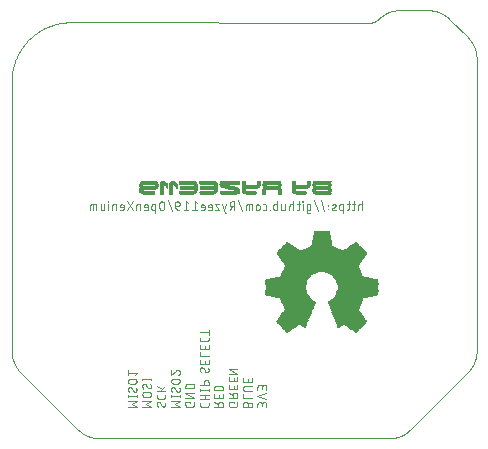
<source format=gbo>
G04 EAGLE Gerber RS-274X export*
G75*
%MOMM*%
%FSLAX34Y34*%
%LPD*%
%INSilk bottom*%
%IPPOS*%
%AMOC8*
5,1,8,0,0,1.08239X$1,22.5*%
G01*
%ADD10C,0.000000*%
%ADD11R,0.508000X0.101600*%
%ADD12R,1.422400X0.101600*%
%ADD13R,3.860800X0.101600*%
%ADD14R,2.743200X0.101600*%
%ADD15R,0.812800X0.101600*%
%ADD16R,3.251200X0.101600*%
%ADD17R,1.524000X0.101600*%
%ADD18R,0.914400X0.101600*%
%ADD19R,4.165600X0.101600*%
%ADD20R,2.641600X0.101600*%
%ADD21R,1.117600X0.101600*%
%ADD22R,4.267200X0.101600*%
%ADD23R,2.540000X0.101600*%
%ADD24R,1.320800X0.101600*%
%ADD25R,3.962400X0.101600*%
%ADD26R,1.219200X0.101600*%
%ADD27R,1.625600X0.101600*%
%ADD28R,2.336800X0.101600*%
%ADD29R,4.368800X0.101600*%
%ADD30R,2.235200X0.101600*%
%ADD31R,2.133600X0.101600*%
%ADD32R,1.727200X0.101600*%
%ADD33R,4.470400X0.101600*%
%ADD34R,0.711200X0.101600*%
%ADD35R,2.032000X0.101600*%
%ADD36R,1.828800X0.101600*%
%ADD37R,1.930400X0.101600*%
%ADD38R,4.673600X0.101600*%
%ADD39R,4.572000X0.101600*%
%ADD40R,4.064000X0.101600*%
%ADD41R,3.759200X0.101600*%
%ADD42R,1.016000X0.101600*%
%ADD43R,0.101600X0.101600*%
%ADD44R,2.438400X0.101600*%
%ADD45R,0.406400X0.101600*%
%ADD46R,2.844800X0.101600*%
%ADD47R,2.946400X0.101600*%
%ADD48R,0.609600X0.101600*%
%ADD49R,0.203200X0.101600*%
%ADD50R,1.320800X0.025400*%
%ADD51R,0.914400X0.025400*%
%ADD52R,0.279400X0.025400*%
%ADD53R,1.422400X0.025400*%
%ADD54R,1.244600X0.025400*%
%ADD55R,0.990600X0.025400*%
%ADD56R,1.473200X0.025400*%
%ADD57R,1.016000X0.025400*%
%ADD58R,1.549400X0.025400*%
%ADD59R,1.346200X0.025400*%
%ADD60R,1.117600X0.025400*%
%ADD61R,1.524000X0.025400*%
%ADD62R,1.066800X0.025400*%
%ADD63R,1.600200X0.025400*%
%ADD64R,1.397000X0.025400*%
%ADD65R,1.168400X0.025400*%
%ADD66R,0.254000X0.025400*%
%ADD67R,1.625600X0.025400*%
%ADD68R,1.193800X0.025400*%
%ADD69R,1.574800X0.025400*%
%ADD70R,1.143000X0.025400*%
%ADD71R,1.651000X0.025400*%
%ADD72R,1.447800X0.025400*%
%ADD73R,1.219200X0.025400*%
%ADD74R,1.676400X0.025400*%
%ADD75R,1.498600X0.025400*%
%ADD76R,1.270000X0.025400*%
%ADD77R,1.295400X0.025400*%
%ADD78R,0.355600X0.025400*%
%ADD79R,0.304800X0.025400*%
%ADD80R,0.381000X0.025400*%
%ADD81R,0.330200X0.025400*%
%ADD82R,0.406400X0.025400*%
%ADD83R,0.533400X0.025400*%
%ADD84R,0.635000X0.025400*%
%ADD85R,0.762000X0.025400*%
%ADD86R,0.863600X0.025400*%
%ADD87R,0.965200X0.025400*%
%ADD88R,1.371600X0.025400*%
%ADD89R,1.092200X0.025400*%
%ADD90R,0.025400X0.025400*%
%ADD91R,0.050800X0.025400*%
%ADD92R,0.076200X0.025400*%
%ADD93R,0.101600X0.025400*%
%ADD94R,0.127000X0.025400*%
%ADD95R,0.152400X0.025400*%
%ADD96R,0.177800X0.025400*%
%ADD97R,0.203200X0.025400*%
%ADD98R,0.889000X0.025400*%
%ADD99R,0.228600X0.025400*%
%ADD100R,0.787400X0.025400*%
%ADD101R,0.685800X0.025400*%
%ADD102R,0.558800X0.025400*%
%ADD103R,0.457200X0.025400*%
%ADD104R,0.660400X0.025400*%
%ADD105R,0.609600X0.025400*%
%ADD106R,0.584200X0.025400*%
%ADD107R,0.508000X0.025400*%
%ADD108C,0.076200*%
%ADD109R,0.431800X0.025400*%
%ADD110R,0.812800X0.025400*%
%ADD111R,0.939800X0.025400*%
%ADD112R,0.482600X0.025400*%
%ADD113R,2.311400X0.025400*%
%ADD114R,2.362200X0.025400*%
%ADD115R,2.387600X0.025400*%
%ADD116R,2.438400X0.025400*%
%ADD117R,2.463800X0.025400*%
%ADD118R,2.489200X0.025400*%
%ADD119R,2.540000X0.025400*%
%ADD120R,2.565400X0.025400*%
%ADD121R,2.616200X0.025400*%
%ADD122R,2.641600X0.025400*%
%ADD123R,2.590800X0.025400*%
%ADD124R,2.514600X0.025400*%
%ADD125R,2.413000X0.025400*%
%ADD126R,2.667000X0.025400*%
%ADD127R,2.692400X0.025400*%
%ADD128R,2.717800X0.025400*%
%ADD129R,2.768600X0.025400*%
%ADD130R,2.743200X0.025400*%
%ADD131R,2.794000X0.025400*%
%ADD132R,2.819400X0.025400*%
%ADD133R,2.844800X0.025400*%
%ADD134R,2.971800X0.025400*%
%ADD135R,2.946400X0.025400*%
%ADD136R,3.073400X0.025400*%
%ADD137R,3.200400X0.025400*%
%ADD138R,3.352800X0.025400*%
%ADD139R,3.327400X0.025400*%
%ADD140R,3.454400X0.025400*%
%ADD141R,3.556000X0.025400*%
%ADD142R,3.581400X0.025400*%
%ADD143R,3.606800X0.025400*%
%ADD144R,3.530600X0.025400*%
%ADD145R,3.505200X0.025400*%
%ADD146R,3.479800X0.025400*%
%ADD147R,3.429000X0.025400*%
%ADD148R,3.403600X0.025400*%
%ADD149R,3.378200X0.025400*%
%ADD150R,3.276600X0.025400*%
%ADD151R,3.149600X0.025400*%
%ADD152R,3.048000X0.025400*%
%ADD153R,2.895600X0.025400*%
%ADD154R,2.921000X0.025400*%
%ADD155R,2.870200X0.025400*%
%ADD156R,3.022600X0.025400*%
%ADD157R,6.629400X0.025400*%
%ADD158R,6.604000X0.025400*%
%ADD159R,6.553200X0.025400*%
%ADD160R,6.527800X0.025400*%
%ADD161R,6.502400X0.025400*%
%ADD162R,6.477000X0.025400*%
%ADD163R,6.451600X0.025400*%
%ADD164R,6.426200X0.025400*%
%ADD165R,6.400800X0.025400*%
%ADD166R,6.350000X0.025400*%
%ADD167R,6.324600X0.025400*%
%ADD168R,6.299200X0.025400*%
%ADD169R,6.248400X0.025400*%
%ADD170R,6.578600X0.025400*%
%ADD171R,6.654800X0.025400*%
%ADD172R,6.680200X0.025400*%
%ADD173R,6.705600X0.025400*%
%ADD174R,6.756400X0.025400*%
%ADD175R,6.781800X0.025400*%
%ADD176R,6.807200X0.025400*%
%ADD177R,6.858000X0.025400*%
%ADD178R,6.883400X0.025400*%
%ADD179R,6.908800X0.025400*%
%ADD180R,6.959600X0.025400*%
%ADD181R,7.010400X0.025400*%
%ADD182R,7.035800X0.025400*%
%ADD183R,7.061200X0.025400*%
%ADD184R,7.112000X0.025400*%
%ADD185R,7.137400X0.025400*%
%ADD186R,7.162800X0.025400*%
%ADD187R,7.213600X0.025400*%
%ADD188R,7.264400X0.025400*%
%ADD189R,7.315200X0.025400*%
%ADD190R,7.340600X0.025400*%
%ADD191R,7.366000X0.025400*%
%ADD192R,7.416800X0.025400*%
%ADD193R,7.442200X0.025400*%
%ADD194R,7.467600X0.025400*%
%ADD195R,7.518400X0.025400*%
%ADD196R,7.569200X0.025400*%
%ADD197R,7.620000X0.025400*%
%ADD198R,1.778000X0.025400*%
%ADD199R,1.701800X0.025400*%
%ADD200R,3.251200X0.025400*%
%ADD201R,2.997200X0.025400*%
%ADD202R,2.260600X0.025400*%
%ADD203R,2.133600X0.025400*%
%ADD204R,2.006600X0.025400*%
%ADD205R,1.879600X0.025400*%
%ADD206R,1.828800X0.025400*%
%ADD207R,0.838200X0.025400*%
%ADD208R,1.803400X0.025400*%
%ADD209R,0.711200X0.025400*%
%ADD210R,1.752600X0.025400*%
%ADD211R,1.727200X0.025400*%


D10*
X306979Y0D02*
X73025Y0D01*
X306979Y0D02*
X307583Y7D01*
X308188Y29D01*
X308791Y65D01*
X309393Y115D01*
X309994Y180D01*
X310594Y259D01*
X311191Y352D01*
X311786Y459D01*
X312378Y580D01*
X312967Y716D01*
X313553Y865D01*
X314135Y1029D01*
X314713Y1206D01*
X315287Y1397D01*
X315855Y1601D01*
X316419Y1819D01*
X316978Y2051D01*
X317531Y2295D01*
X318077Y2553D01*
X318618Y2824D01*
X319152Y3107D01*
X319679Y3403D01*
X320199Y3711D01*
X320711Y4032D01*
X321216Y4365D01*
X321712Y4710D01*
X322201Y5066D01*
X322680Y5434D01*
X323151Y5814D01*
X323612Y6204D01*
X324065Y6605D01*
X324507Y7017D01*
X324940Y7439D01*
X324940Y7440D02*
X373561Y56061D01*
X373560Y56060D02*
X373983Y56493D01*
X374395Y56935D01*
X374796Y57388D01*
X375186Y57849D01*
X375566Y58320D01*
X375934Y58799D01*
X376290Y59288D01*
X376635Y59784D01*
X376968Y60289D01*
X377289Y60801D01*
X377597Y61321D01*
X377893Y61848D01*
X378176Y62382D01*
X378447Y62923D01*
X378705Y63469D01*
X378949Y64022D01*
X379181Y64581D01*
X379399Y65145D01*
X379603Y65713D01*
X379794Y66287D01*
X379971Y66865D01*
X380135Y67447D01*
X380284Y68033D01*
X380420Y68622D01*
X380541Y69214D01*
X380648Y69809D01*
X380741Y70406D01*
X380820Y71006D01*
X380885Y71607D01*
X380935Y72209D01*
X380971Y72812D01*
X380993Y73417D01*
X381000Y74021D01*
X381000Y321410D01*
X380993Y322017D01*
X380971Y322624D01*
X380935Y323230D01*
X380884Y323834D01*
X380819Y324438D01*
X380739Y325040D01*
X380645Y325639D01*
X380537Y326237D01*
X380415Y326831D01*
X380278Y327423D01*
X380127Y328011D01*
X379963Y328595D01*
X379784Y329175D01*
X379591Y329751D01*
X379385Y330322D01*
X379166Y330888D01*
X378932Y331448D01*
X378686Y332003D01*
X378426Y332551D01*
X378153Y333094D01*
X377868Y333629D01*
X377569Y334158D01*
X377258Y334679D01*
X376935Y335193D01*
X376600Y335699D01*
X376252Y336197D01*
X375893Y336686D01*
X375522Y337167D01*
X375140Y337638D01*
X374747Y338100D01*
X374342Y338553D01*
X373927Y338996D01*
X373502Y339429D01*
X357749Y355079D01*
X357750Y355079D02*
X357304Y355511D01*
X356848Y355932D01*
X356382Y356342D01*
X355905Y356740D01*
X355420Y357127D01*
X354924Y357502D01*
X354420Y357864D01*
X353908Y358214D01*
X353386Y358551D01*
X352857Y358876D01*
X352320Y359187D01*
X351776Y359485D01*
X351224Y359770D01*
X350666Y360041D01*
X350101Y360299D01*
X349530Y360542D01*
X348953Y360772D01*
X348371Y360987D01*
X347783Y361189D01*
X347191Y361375D01*
X346595Y361548D01*
X345995Y361705D01*
X345390Y361848D01*
X344783Y361976D01*
X344173Y362089D01*
X343560Y362187D01*
X342944Y362271D01*
X342327Y362339D01*
X341709Y362392D01*
X341089Y362430D01*
X340469Y362452D01*
X339848Y362460D01*
X315909Y362460D01*
X315295Y362453D01*
X314681Y362430D01*
X314068Y362393D01*
X313456Y362341D01*
X312845Y362275D01*
X312237Y362193D01*
X311630Y362097D01*
X311026Y361986D01*
X310425Y361861D01*
X309827Y361721D01*
X309232Y361567D01*
X308641Y361398D01*
X308055Y361215D01*
X307473Y361018D01*
X306896Y360807D01*
X306325Y360582D01*
X305759Y360344D01*
X305199Y360092D01*
X304645Y359826D01*
X304098Y359547D01*
X303558Y359255D01*
X303025Y358950D01*
X302499Y358632D01*
X301981Y358301D01*
X301472Y357958D01*
X300971Y357603D01*
X300479Y357236D01*
X299995Y356857D01*
X299521Y356466D01*
X299057Y356064D01*
X298602Y355651D01*
X298158Y355227D01*
X298158Y355228D02*
X297947Y355027D01*
X297731Y354830D01*
X297510Y354639D01*
X297285Y354454D01*
X297055Y354274D01*
X296821Y354100D01*
X296583Y353931D01*
X296341Y353768D01*
X296095Y353611D01*
X295845Y353460D01*
X295592Y353315D01*
X295335Y353177D01*
X295075Y353044D01*
X294812Y352918D01*
X294546Y352799D01*
X294277Y352685D01*
X294005Y352579D01*
X293731Y352479D01*
X293454Y352385D01*
X293176Y352299D01*
X292895Y352219D01*
X292612Y352146D01*
X292328Y352080D01*
X292042Y352021D01*
X291755Y351968D01*
X291467Y351923D01*
X291178Y351885D01*
X290888Y351854D01*
X290597Y351829D01*
X290305Y351812D01*
X290014Y351802D01*
X289722Y351799D01*
X289722Y351798D02*
X37383Y352217D01*
X36174Y352204D01*
X34965Y352162D01*
X33758Y352091D01*
X32552Y351991D01*
X31349Y351862D01*
X30150Y351703D01*
X28955Y351516D01*
X27765Y351299D01*
X26581Y351054D01*
X25403Y350781D01*
X24231Y350479D01*
X23068Y350149D01*
X21912Y349790D01*
X20766Y349404D01*
X19630Y348990D01*
X18503Y348549D01*
X17388Y348081D01*
X16285Y347586D01*
X15193Y347064D01*
X14115Y346517D01*
X13050Y345943D01*
X11999Y345343D01*
X10964Y344719D01*
X9943Y344069D01*
X8939Y343395D01*
X7951Y342697D01*
X6980Y341975D01*
X6028Y341230D01*
X5093Y340462D01*
X4177Y339672D01*
X3281Y338860D01*
X2405Y338026D01*
X1549Y337172D01*
X714Y336297D01*
X-100Y335402D01*
X-892Y334487D01*
X-1661Y333554D01*
X-2408Y332602D01*
X-3131Y331633D01*
X-3831Y330646D01*
X-4507Y329643D01*
X-5158Y328624D01*
X-5784Y327589D01*
X-6385Y326539D01*
X-6961Y325476D01*
X-7511Y324398D01*
X-8034Y323308D01*
X-8531Y322205D01*
X-9001Y321090D01*
X-9444Y319965D01*
X-9860Y318829D01*
X-10248Y317683D01*
X-10608Y316529D01*
X-10940Y315366D01*
X-11244Y314195D01*
X-11520Y313017D01*
X-11767Y311833D01*
X-11985Y310643D01*
X-12174Y309449D01*
X-12335Y308250D01*
X-12466Y307047D01*
X-12568Y305842D01*
X-12642Y304635D01*
X-12685Y303426D01*
X-12700Y302217D01*
X-12700Y149225D01*
D11*
X66040Y237490D03*
D12*
X300228Y238506D03*
X266700Y238506D03*
D13*
X227076Y238506D03*
D14*
X189992Y238506D03*
D15*
X166116Y238506D03*
X149860Y238506D03*
D16*
X117348Y238506D03*
D17*
X82296Y238506D03*
D18*
X66040Y238506D03*
D12*
X49276Y238506D03*
X300228Y239522D03*
X266700Y239522D03*
D19*
X228600Y239522D03*
D20*
X190500Y239522D03*
D21*
X166624Y239522D03*
D15*
X149860Y239522D03*
D13*
X117348Y239522D03*
D12*
X82804Y239522D03*
D21*
X66040Y239522D03*
D12*
X49276Y239522D03*
X300228Y240538D03*
D17*
X266192Y240538D03*
D22*
X229108Y240538D03*
D23*
X191008Y240538D03*
D24*
X166624Y240538D03*
D15*
X149860Y240538D03*
D25*
X117856Y240538D03*
D24*
X83312Y240538D03*
D26*
X66548Y240538D03*
D24*
X48768Y240538D03*
D27*
X300228Y241554D03*
D17*
X266192Y241554D03*
D22*
X229108Y241554D03*
D28*
X192024Y241554D03*
D17*
X166624Y241554D03*
D15*
X149860Y241554D03*
D22*
X117348Y241554D03*
D24*
X83312Y241554D03*
X66040Y241554D03*
D26*
X48260Y241554D03*
D27*
X300228Y242570D03*
D17*
X266192Y242570D03*
D29*
X229616Y242570D03*
D30*
X192532Y242570D03*
D27*
X167132Y242570D03*
D15*
X149860Y242570D03*
D22*
X117348Y242570D03*
D24*
X83312Y242570D03*
D17*
X66040Y242570D03*
D26*
X48260Y242570D03*
D27*
X300228Y243586D03*
D17*
X266192Y243586D03*
D29*
X229616Y243586D03*
D31*
X193040Y243586D03*
D32*
X167640Y243586D03*
D15*
X149860Y243586D03*
D33*
X117348Y243586D03*
D34*
X86360Y243586D03*
D17*
X66040Y243586D03*
D34*
X45720Y243586D03*
D27*
X300228Y244602D03*
D17*
X266192Y244602D03*
D33*
X230124Y244602D03*
D35*
X193548Y244602D03*
D36*
X168148Y244602D03*
D15*
X149860Y244602D03*
D29*
X117856Y244602D03*
D34*
X86360Y244602D03*
D32*
X66040Y244602D03*
D34*
X45720Y244602D03*
D27*
X300228Y245618D03*
D17*
X266192Y245618D03*
D33*
X230124Y245618D03*
D15*
X199644Y245618D03*
D35*
X168148Y245618D03*
D15*
X149860Y245618D03*
D33*
X117348Y245618D03*
D34*
X86360Y245618D03*
D15*
X70612Y245618D03*
X61468Y245618D03*
D34*
X45720Y245618D03*
D27*
X300228Y246634D03*
D17*
X266192Y246634D03*
D15*
X248412Y246634D03*
X199644Y246634D03*
D21*
X173736Y246634D03*
D15*
X162052Y246634D03*
X149860Y246634D03*
D34*
X136144Y246634D03*
D15*
X99060Y246634D03*
D34*
X86360Y246634D03*
X71120Y246634D03*
X60960Y246634D03*
X45720Y246634D03*
D27*
X300228Y247650D03*
D17*
X266192Y247650D03*
D15*
X248412Y247650D03*
X199644Y247650D03*
D26*
X174244Y247650D03*
D15*
X162052Y247650D03*
X149860Y247650D03*
D34*
X136144Y247650D03*
X98552Y247650D03*
X86360Y247650D03*
D15*
X71628Y247650D03*
X60452Y247650D03*
D34*
X45720Y247650D03*
D27*
X300228Y248666D03*
D17*
X266192Y248666D03*
D34*
X248920Y248666D03*
D15*
X199644Y248666D03*
D26*
X175260Y248666D03*
D15*
X162052Y248666D03*
X149860Y248666D03*
D34*
X136144Y248666D03*
X98552Y248666D03*
X86360Y248666D03*
D15*
X72644Y248666D03*
D34*
X59944Y248666D03*
X45720Y248666D03*
D27*
X300228Y249682D03*
X266700Y249682D03*
D34*
X248920Y249682D03*
D15*
X199644Y249682D03*
D26*
X176276Y249682D03*
D15*
X162052Y249682D03*
X149860Y249682D03*
D34*
X136144Y249682D03*
X98552Y249682D03*
X86360Y249682D03*
D15*
X71628Y249682D03*
X59436Y249682D03*
D34*
X45720Y249682D03*
D17*
X299720Y250698D03*
D27*
X266700Y250698D03*
D33*
X230124Y250698D03*
D15*
X199644Y250698D03*
D26*
X177292Y250698D03*
D15*
X162052Y250698D03*
X149860Y250698D03*
D34*
X136144Y250698D03*
X98552Y250698D03*
X86360Y250698D03*
D18*
X73152Y250698D03*
D15*
X59436Y250698D03*
D34*
X45720Y250698D03*
D27*
X299212Y251714D03*
D32*
X267208Y251714D03*
D33*
X230124Y251714D03*
D15*
X199644Y251714D03*
D26*
X178308Y251714D03*
D15*
X162052Y251714D03*
X149860Y251714D03*
D34*
X136144Y251714D03*
X98552Y251714D03*
X86360Y251714D03*
D15*
X73660Y251714D03*
X58420Y251714D03*
D34*
X45720Y251714D03*
D32*
X298704Y252730D03*
D27*
X267716Y252730D03*
D33*
X230124Y252730D03*
D15*
X199644Y252730D03*
D26*
X179324Y252730D03*
D15*
X162052Y252730D03*
X149860Y252730D03*
D34*
X136144Y252730D03*
X98552Y252730D03*
X86360Y252730D03*
D15*
X73660Y252730D03*
X58420Y252730D03*
D34*
X45720Y252730D03*
D32*
X298704Y253746D03*
X268224Y253746D03*
D33*
X230124Y253746D03*
D15*
X199644Y253746D03*
D26*
X180340Y253746D03*
D15*
X162052Y253746D03*
X149860Y253746D03*
D34*
X136144Y253746D03*
X98552Y253746D03*
X86360Y253746D03*
D15*
X73660Y253746D03*
X58420Y253746D03*
D34*
X45720Y253746D03*
D32*
X298704Y254762D03*
X268224Y254762D03*
D33*
X230124Y254762D03*
D15*
X199644Y254762D03*
D26*
X181356Y254762D03*
D15*
X162052Y254762D03*
X149860Y254762D03*
D34*
X136144Y254762D03*
X98552Y254762D03*
X86360Y254762D03*
D15*
X74676Y254762D03*
X57404Y254762D03*
D34*
X45720Y254762D03*
D37*
X297688Y255778D03*
X269240Y255778D03*
D33*
X230124Y255778D03*
D15*
X199644Y255778D03*
D26*
X182372Y255778D03*
D15*
X162052Y255778D03*
X149860Y255778D03*
D34*
X136144Y255778D03*
X98552Y255778D03*
X86360Y255778D03*
D15*
X74676Y255778D03*
D18*
X56896Y255778D03*
D34*
X45720Y255778D03*
D31*
X296672Y256794D03*
X270256Y256794D03*
D33*
X230124Y256794D03*
D15*
X199644Y256794D03*
D26*
X183388Y256794D03*
D15*
X162052Y256794D03*
X149860Y256794D03*
D34*
X136144Y256794D03*
X98552Y256794D03*
X86360Y256794D03*
X75184Y256794D03*
D15*
X56388Y256794D03*
D34*
X45720Y256794D03*
D38*
X282956Y257810D03*
D33*
X230124Y257810D03*
D15*
X199644Y257810D03*
D26*
X184404Y257810D03*
D15*
X162052Y257810D03*
X149860Y257810D03*
D34*
X136144Y257810D03*
X98552Y257810D03*
X86360Y257810D03*
D15*
X75692Y257810D03*
D18*
X55880Y257810D03*
D34*
X45720Y257810D03*
D39*
X283464Y258826D03*
D34*
X248920Y258826D03*
D15*
X199644Y258826D03*
D21*
X185928Y258826D03*
D15*
X162052Y258826D03*
X149860Y258826D03*
D34*
X136144Y258826D03*
X98552Y258826D03*
X86360Y258826D03*
D18*
X76200Y258826D03*
D15*
X55372Y258826D03*
D34*
X45720Y258826D03*
D33*
X282956Y259842D03*
D34*
X248920Y259842D03*
D15*
X199644Y259842D03*
D21*
X186944Y259842D03*
D15*
X162052Y259842D03*
X149860Y259842D03*
D34*
X136144Y259842D03*
X98552Y259842D03*
X86360Y259842D03*
D15*
X76708Y259842D03*
X55372Y259842D03*
D34*
X45720Y259842D03*
D29*
X283464Y260858D03*
D15*
X248412Y260858D03*
X199644Y260858D03*
D21*
X187960Y260858D03*
D15*
X162052Y260858D03*
X149860Y260858D03*
D34*
X136144Y260858D03*
X98552Y260858D03*
D32*
X81280Y260858D03*
D15*
X55372Y260858D03*
D34*
X45720Y260858D03*
D19*
X283464Y261874D03*
D15*
X248412Y261874D03*
D35*
X193548Y261874D03*
D15*
X162052Y261874D03*
X149860Y261874D03*
D34*
X136144Y261874D03*
X98552Y261874D03*
D27*
X81788Y261874D03*
X50292Y261874D03*
D19*
X283464Y262890D03*
D33*
X230124Y262890D03*
D37*
X194056Y262890D03*
D15*
X162052Y262890D03*
X149860Y262890D03*
D34*
X136144Y262890D03*
X98552Y262890D03*
D27*
X81788Y262890D03*
X50292Y262890D03*
D40*
X282956Y263906D03*
D29*
X229616Y263906D03*
D32*
X194056Y263906D03*
D15*
X162052Y263906D03*
X149860Y263906D03*
D34*
X136144Y263906D03*
X98552Y263906D03*
D12*
X81788Y263906D03*
D17*
X49784Y263906D03*
D25*
X283464Y264922D03*
D29*
X229616Y264922D03*
D27*
X194564Y264922D03*
D15*
X162052Y264922D03*
X149860Y264922D03*
D34*
X136144Y264922D03*
X98552Y264922D03*
D12*
X81788Y264922D03*
X50292Y264922D03*
D41*
X283464Y265938D03*
D22*
X229108Y265938D03*
D27*
X194564Y265938D03*
D15*
X162052Y265938D03*
X149860Y265938D03*
D34*
X136144Y265938D03*
X98552Y265938D03*
D24*
X82296Y265938D03*
X49784Y265938D03*
D41*
X283464Y266954D03*
D22*
X229108Y266954D03*
D12*
X194564Y266954D03*
D15*
X162052Y266954D03*
X149860Y266954D03*
D34*
X136144Y266954D03*
X98552Y266954D03*
D26*
X81788Y266954D03*
D21*
X49784Y266954D03*
D41*
X283464Y267970D03*
D40*
X228092Y267970D03*
D26*
X195580Y267970D03*
D15*
X162052Y267970D03*
X149860Y267970D03*
D34*
X136144Y267970D03*
X98552Y267970D03*
D42*
X81788Y267970D03*
D18*
X49784Y267970D03*
D25*
X283464Y268986D03*
X227584Y268986D03*
D18*
X195072Y268986D03*
D15*
X162052Y268986D03*
X149860Y268986D03*
D34*
X136144Y268986D03*
X98552Y268986D03*
X82296Y268986D03*
X49784Y268986D03*
D40*
X282956Y270002D03*
D21*
X213360Y270002D03*
D11*
X195072Y270002D03*
D15*
X162052Y270002D03*
X149860Y270002D03*
D18*
X136144Y270002D03*
D34*
X98552Y270002D03*
D43*
X49784Y270002D03*
D19*
X283464Y271018D03*
X283464Y272034D03*
D22*
X282956Y273050D03*
D30*
X236220Y273050D03*
D11*
X216408Y273050D03*
D44*
X171196Y273050D03*
D11*
X153416Y273050D03*
X132080Y273050D03*
D39*
X283464Y274066D03*
D23*
X236728Y274066D03*
D11*
X216408Y274066D03*
D20*
X172212Y274066D03*
D45*
X152908Y274066D03*
D15*
X132588Y274066D03*
D39*
X283464Y275082D03*
D20*
X236220Y275082D03*
D11*
X216408Y275082D03*
D14*
X172720Y275082D03*
D45*
X152908Y275082D03*
D18*
X133096Y275082D03*
D39*
X283464Y276098D03*
D14*
X236728Y276098D03*
D11*
X216408Y276098D03*
D14*
X172720Y276098D03*
D45*
X152908Y276098D03*
D21*
X133096Y276098D03*
D31*
X296672Y277114D03*
X270256Y277114D03*
D45*
X248412Y277114D03*
X225044Y277114D03*
D11*
X216408Y277114D03*
D45*
X184404Y277114D03*
X152908Y277114D03*
D26*
X133604Y277114D03*
D37*
X297688Y278130D03*
X269240Y278130D03*
D11*
X248920Y278130D03*
D45*
X225044Y278130D03*
D11*
X216408Y278130D03*
X184912Y278130D03*
D45*
X152908Y278130D03*
D34*
X137160Y278130D03*
D45*
X129540Y278130D03*
D36*
X298196Y279146D03*
D32*
X268224Y279146D03*
D45*
X248412Y279146D03*
D11*
X224536Y279146D03*
X216408Y279146D03*
D45*
X184404Y279146D03*
X152908Y279146D03*
D34*
X138176Y279146D03*
D45*
X129540Y279146D03*
D32*
X298704Y280162D03*
X268224Y280162D03*
D45*
X248412Y280162D03*
D11*
X224536Y280162D03*
D20*
X205740Y280162D03*
D14*
X172720Y280162D03*
D45*
X152908Y280162D03*
D34*
X139192Y280162D03*
D11*
X130048Y280162D03*
D32*
X298704Y281178D03*
D27*
X267716Y281178D03*
D45*
X248412Y281178D03*
D11*
X224536Y281178D03*
D46*
X204724Y281178D03*
D14*
X172720Y281178D03*
D45*
X152908Y281178D03*
D34*
X140208Y281178D03*
D11*
X130048Y281178D03*
D27*
X299212Y282194D03*
D32*
X267208Y282194D03*
D45*
X248412Y282194D03*
D11*
X224536Y282194D03*
D46*
X204724Y282194D03*
D14*
X172720Y282194D03*
D45*
X152908Y282194D03*
D34*
X141224Y282194D03*
D11*
X130048Y282194D03*
D17*
X299720Y283210D03*
D27*
X266700Y283210D03*
D45*
X248412Y283210D03*
D11*
X224536Y283210D03*
D47*
X204216Y283210D03*
D14*
X172720Y283210D03*
D45*
X152908Y283210D03*
D48*
X142748Y283210D03*
D11*
X130048Y283210D03*
D27*
X300228Y284226D03*
X266700Y284226D03*
D45*
X248412Y284226D03*
D11*
X224536Y284226D03*
D47*
X204216Y284226D03*
D14*
X172720Y284226D03*
D45*
X152908Y284226D03*
D34*
X143256Y284226D03*
D11*
X130048Y284226D03*
D27*
X300228Y285242D03*
D17*
X266192Y285242D03*
D45*
X248412Y285242D03*
D11*
X224536Y285242D03*
X216408Y285242D03*
X192024Y285242D03*
D45*
X184404Y285242D03*
X152908Y285242D03*
D34*
X144272Y285242D03*
D11*
X130048Y285242D03*
D27*
X300228Y286258D03*
D17*
X266192Y286258D03*
D11*
X248920Y286258D03*
D45*
X225044Y286258D03*
D11*
X216408Y286258D03*
X192024Y286258D03*
X184912Y286258D03*
D45*
X152908Y286258D03*
D34*
X145288Y286258D03*
D11*
X130048Y286258D03*
D27*
X300228Y287274D03*
D17*
X266192Y287274D03*
D45*
X248412Y287274D03*
X225044Y287274D03*
D11*
X216408Y287274D03*
X192024Y287274D03*
D45*
X184404Y287274D03*
D21*
X149352Y287274D03*
D11*
X130048Y287274D03*
D27*
X300228Y288290D03*
D17*
X266192Y288290D03*
D20*
X236220Y288290D03*
D47*
X204216Y288290D03*
D20*
X172212Y288290D03*
D21*
X149352Y288290D03*
D11*
X130048Y288290D03*
D27*
X300228Y289306D03*
D17*
X266192Y289306D03*
D20*
X236220Y289306D03*
D47*
X204216Y289306D03*
D20*
X172212Y289306D03*
D18*
X150368Y289306D03*
D11*
X130048Y289306D03*
D27*
X300228Y290322D03*
D17*
X266192Y290322D03*
D44*
X236220Y290322D03*
D46*
X204724Y290322D03*
D20*
X172212Y290322D03*
D18*
X150368Y290322D03*
D11*
X130048Y290322D03*
D27*
X300228Y291338D03*
D17*
X266192Y291338D03*
D31*
X236728Y291338D03*
D14*
X205232Y291338D03*
D44*
X171196Y291338D03*
D48*
X150876Y291338D03*
D11*
X130048Y291338D03*
D27*
X300228Y292354D03*
D17*
X266192Y292354D03*
D28*
X207264Y292354D03*
D49*
X150876Y292354D03*
D50*
X251333Y206248D03*
D51*
X232283Y206248D03*
D52*
X214122Y206248D03*
X200660Y206248D03*
D51*
X189865Y206248D03*
D53*
X171069Y206248D03*
D54*
X152654Y206248D03*
X135636Y206248D03*
D52*
X122428Y206248D03*
X114300Y206248D03*
D55*
X103632Y206248D03*
D56*
X250571Y206502D03*
D57*
X231775Y206502D03*
D52*
X214122Y206502D03*
X200660Y206502D03*
D57*
X189357Y206502D03*
D58*
X171704Y206502D03*
D59*
X153162Y206502D03*
X136144Y206502D03*
D52*
X122428Y206502D03*
X114300Y206502D03*
D60*
X102997Y206502D03*
D61*
X250317Y206756D03*
D62*
X231521Y206756D03*
D52*
X214122Y206756D03*
X200660Y206756D03*
D62*
X189103Y206756D03*
D63*
X171958Y206756D03*
D64*
X153416Y206756D03*
X136398Y206756D03*
D52*
X122428Y206756D03*
X114300Y206756D03*
D65*
X102743Y206756D03*
D58*
X250190Y207010D03*
D60*
X231267Y207010D03*
D52*
X214122Y207010D03*
D66*
X200787Y207010D03*
D60*
X188849Y207010D03*
D67*
X172085Y207010D03*
D53*
X153543Y207010D03*
X136525Y207010D03*
D52*
X122428Y207010D03*
X114300Y207010D03*
D68*
X102616Y207010D03*
D69*
X250063Y207264D03*
D70*
X231140Y207264D03*
D52*
X214122Y207264D03*
D66*
X200787Y207264D03*
D70*
X188722Y207264D03*
D71*
X172212Y207264D03*
D72*
X153670Y207264D03*
X136652Y207264D03*
D52*
X122428Y207264D03*
X114300Y207264D03*
D73*
X102489Y207264D03*
D69*
X250063Y207518D03*
D70*
X231140Y207518D03*
D52*
X214122Y207518D03*
X200914Y207518D03*
D70*
X188722Y207518D03*
D74*
X172339Y207518D03*
D56*
X153797Y207518D03*
X136779Y207518D03*
D52*
X122428Y207518D03*
X114300Y207518D03*
D54*
X102362Y207518D03*
D63*
X249936Y207772D03*
D65*
X231013Y207772D03*
D52*
X214122Y207772D03*
X200914Y207772D03*
D65*
X188595Y207772D03*
D74*
X172339Y207772D03*
D75*
X153924Y207772D03*
X136906Y207772D03*
D52*
X122428Y207772D03*
X114300Y207772D03*
D76*
X102235Y207772D03*
D63*
X249936Y208026D03*
D65*
X231013Y208026D03*
D52*
X214122Y208026D03*
X200914Y208026D03*
D65*
X188595Y208026D03*
D74*
X172339Y208026D03*
D75*
X153924Y208026D03*
X136906Y208026D03*
D52*
X122428Y208026D03*
X114300Y208026D03*
D76*
X102235Y208026D03*
D63*
X249936Y208280D03*
D68*
X230886Y208280D03*
D52*
X214122Y208280D03*
X200914Y208280D03*
D68*
X188468Y208280D03*
D74*
X172339Y208280D03*
D61*
X154051Y208280D03*
X137033Y208280D03*
D52*
X122428Y208280D03*
X114300Y208280D03*
D76*
X102235Y208280D03*
D63*
X249936Y208534D03*
D68*
X230886Y208534D03*
D52*
X214122Y208534D03*
X200914Y208534D03*
D68*
X188468Y208534D03*
D74*
X172339Y208534D03*
D61*
X154051Y208534D03*
X137033Y208534D03*
D52*
X122428Y208534D03*
X114300Y208534D03*
D77*
X102108Y208534D03*
D67*
X249809Y208788D03*
D68*
X230886Y208788D03*
D52*
X214122Y208788D03*
X200914Y208788D03*
D68*
X188468Y208788D03*
D74*
X172339Y208788D03*
D61*
X154051Y208788D03*
X137033Y208788D03*
D52*
X122428Y208788D03*
X114300Y208788D03*
D77*
X102108Y208788D03*
D52*
X256540Y209042D03*
D78*
X243459Y209042D03*
D79*
X226441Y209042D03*
D52*
X214122Y209042D03*
D66*
X201041Y209042D03*
D79*
X184023Y209042D03*
D80*
X178816Y209042D03*
D79*
X160401Y209042D03*
X143383Y209042D03*
D52*
X122428Y209042D03*
X114300Y209042D03*
D81*
X97282Y209042D03*
D52*
X256540Y209296D03*
D81*
X243332Y209296D03*
D79*
X226187Y209296D03*
D52*
X214122Y209296D03*
D66*
X201041Y209296D03*
D79*
X183769Y209296D03*
D82*
X178689Y209296D03*
D52*
X160528Y209296D03*
X143510Y209296D03*
X122428Y209296D03*
X114300Y209296D03*
D79*
X97155Y209296D03*
D52*
X256540Y209550D03*
D81*
X243332Y209550D03*
D52*
X226060Y209550D03*
X214122Y209550D03*
X201168Y209550D03*
X183642Y209550D03*
D83*
X178054Y209550D03*
D52*
X160528Y209550D03*
X143510Y209550D03*
X122428Y209550D03*
X114300Y209550D03*
X97028Y209550D03*
X256540Y209804D03*
D79*
X243205Y209804D03*
D52*
X226060Y209804D03*
X214122Y209804D03*
X201168Y209804D03*
X183642Y209804D03*
D84*
X177546Y209804D03*
D52*
X160528Y209804D03*
X143510Y209804D03*
X122428Y209804D03*
X114300Y209804D03*
X97028Y209804D03*
X256540Y210058D03*
X243332Y210058D03*
X226060Y210058D03*
X214122Y210058D03*
X201168Y210058D03*
X183642Y210058D03*
D85*
X176911Y210058D03*
D52*
X160528Y210058D03*
X143510Y210058D03*
X122428Y210058D03*
X114300Y210058D03*
X97028Y210058D03*
X256540Y210312D03*
X243332Y210312D03*
X226060Y210312D03*
X214122Y210312D03*
X201168Y210312D03*
X183642Y210312D03*
D86*
X176403Y210312D03*
D52*
X160528Y210312D03*
X143510Y210312D03*
X122428Y210312D03*
X114300Y210312D03*
X97028Y210312D03*
D63*
X249936Y210566D03*
D52*
X226060Y210566D03*
D69*
X207645Y210566D03*
D52*
X183642Y210566D03*
D87*
X175641Y210566D03*
D58*
X154178Y210566D03*
X137160Y210566D03*
D52*
X122428Y210566D03*
X114300Y210566D03*
D88*
X102489Y210566D03*
D63*
X249936Y210820D03*
D52*
X226060Y210820D03*
D69*
X207645Y210820D03*
D52*
X183642Y210820D03*
D89*
X175006Y210820D03*
D58*
X154178Y210820D03*
X137160Y210820D03*
D52*
X122428Y210820D03*
X114300Y210820D03*
D56*
X102997Y210820D03*
D69*
X250063Y211074D03*
D88*
X231521Y211074D03*
D58*
X207772Y211074D03*
D88*
X189103Y211074D03*
D70*
X174244Y211074D03*
D58*
X154178Y211074D03*
X137160Y211074D03*
D90*
X127762Y211074D03*
D52*
X122428Y211074D03*
D90*
X119634Y211074D03*
D52*
X114300Y211074D03*
D61*
X103251Y211074D03*
D58*
X250190Y211328D03*
D53*
X231775Y211328D03*
D61*
X207899Y211328D03*
D53*
X189357Y211328D03*
D54*
X173482Y211328D03*
D58*
X154178Y211328D03*
X137160Y211328D03*
D91*
X127635Y211328D03*
D52*
X122428Y211328D03*
D91*
X119507Y211328D03*
D52*
X114300Y211328D03*
D58*
X103378Y211328D03*
X250190Y211582D03*
D56*
X232029Y211582D03*
D61*
X207899Y211582D03*
D56*
X189611Y211582D03*
D76*
X172593Y211582D03*
D58*
X154178Y211582D03*
X137160Y211582D03*
D92*
X127508Y211582D03*
D52*
X122428Y211582D03*
D92*
X119380Y211582D03*
D52*
X114300Y211582D03*
D69*
X103505Y211582D03*
D61*
X250317Y211836D03*
D75*
X232156Y211836D03*
X208026Y211836D03*
X189738Y211836D03*
D50*
X171831Y211836D03*
D58*
X154178Y211836D03*
X137160Y211836D03*
D93*
X127381Y211836D03*
D52*
X122428Y211836D03*
D93*
X119253Y211836D03*
D52*
X114300Y211836D03*
D69*
X103505Y211836D03*
D58*
X250190Y212090D03*
D75*
X232156Y212090D03*
D61*
X207899Y212090D03*
D75*
X189738Y212090D03*
D76*
X171069Y212090D03*
D58*
X154178Y212090D03*
X137160Y212090D03*
D94*
X127254Y212090D03*
D52*
X122428Y212090D03*
D94*
X119126Y212090D03*
D52*
X114300Y212090D03*
D63*
X103632Y212090D03*
D69*
X250063Y212344D03*
D61*
X232283Y212344D03*
X207899Y212344D03*
X189865Y212344D03*
D68*
X170180Y212344D03*
D58*
X154178Y212344D03*
X137160Y212344D03*
D95*
X127127Y212344D03*
D52*
X122428Y212344D03*
D95*
X118999Y212344D03*
D52*
X114300Y212344D03*
D63*
X103632Y212344D03*
D69*
X250063Y212598D03*
D58*
X232410Y212598D03*
X207772Y212598D03*
X189992Y212598D03*
D89*
X169418Y212598D03*
D58*
X154178Y212598D03*
X137160Y212598D03*
D96*
X127000Y212598D03*
D52*
X122428Y212598D03*
D96*
X118872Y212598D03*
D52*
X114300Y212598D03*
D63*
X103632Y212598D03*
D69*
X250063Y212852D03*
D58*
X232410Y212852D03*
X207772Y212852D03*
X189992Y212852D03*
D55*
X168910Y212852D03*
D58*
X154178Y212852D03*
X137160Y212852D03*
D97*
X126873Y212852D03*
D52*
X122428Y212852D03*
D97*
X118745Y212852D03*
D52*
X114300Y212852D03*
D63*
X103632Y212852D03*
X249936Y213106D03*
D58*
X232410Y213106D03*
D79*
X213995Y213106D03*
X201549Y213106D03*
D58*
X189992Y213106D03*
D98*
X168148Y213106D03*
D52*
X160528Y213106D03*
X143510Y213106D03*
D99*
X126746Y213106D03*
D52*
X122428Y213106D03*
D99*
X118618Y213106D03*
D52*
X114300Y213106D03*
D79*
X110109Y213106D03*
D52*
X97028Y213106D03*
X256540Y213360D03*
X243332Y213360D03*
D69*
X232537Y213360D03*
D52*
X214122Y213360D03*
X201422Y213360D03*
D69*
X190119Y213360D03*
D100*
X167640Y213360D03*
D52*
X160528Y213360D03*
X143510Y213360D03*
D66*
X126619Y213360D03*
D52*
X122428Y213360D03*
D66*
X118491Y213360D03*
D52*
X114300Y213360D03*
X110236Y213360D03*
X97028Y213360D03*
X256540Y213614D03*
X243332Y213614D03*
D81*
X238760Y213614D03*
X226314Y213614D03*
D52*
X214122Y213614D03*
D66*
X201295Y213614D03*
D81*
X196342Y213614D03*
X183896Y213614D03*
D101*
X166878Y213614D03*
D52*
X160528Y213614D03*
X143510Y213614D03*
X126492Y213614D03*
X122428Y213614D03*
X118364Y213614D03*
X114300Y213614D03*
D79*
X110109Y213614D03*
D52*
X97028Y213614D03*
X256540Y213868D03*
X243332Y213868D03*
X239014Y213868D03*
D79*
X226187Y213868D03*
D52*
X214122Y213868D03*
D66*
X201295Y213868D03*
D52*
X196596Y213868D03*
D79*
X183769Y213868D03*
D102*
X166243Y213868D03*
D52*
X160528Y213868D03*
X143510Y213868D03*
D79*
X126365Y213868D03*
D52*
X122428Y213868D03*
D79*
X118237Y213868D03*
D52*
X114300Y213868D03*
D79*
X110109Y213868D03*
D52*
X97028Y213868D03*
X256540Y214122D03*
D79*
X243459Y214122D03*
D52*
X239014Y214122D03*
X226060Y214122D03*
X214122Y214122D03*
D66*
X201295Y214122D03*
D52*
X196596Y214122D03*
X183642Y214122D03*
D103*
X165735Y214122D03*
D52*
X160528Y214122D03*
X143510Y214122D03*
D81*
X126238Y214122D03*
D52*
X122428Y214122D03*
D81*
X118110Y214122D03*
D52*
X114300Y214122D03*
D79*
X110109Y214122D03*
D52*
X97028Y214122D03*
X256540Y214376D03*
D79*
X243459Y214376D03*
D52*
X239014Y214376D03*
X226060Y214376D03*
X214122Y214376D03*
D66*
X201295Y214376D03*
D52*
X196596Y214376D03*
X183642Y214376D03*
D81*
X165100Y214376D03*
D79*
X160401Y214376D03*
X143383Y214376D03*
D78*
X126111Y214376D03*
D52*
X122428Y214376D03*
D78*
X117983Y214376D03*
D52*
X114300Y214376D03*
D81*
X109982Y214376D03*
D79*
X97155Y214376D03*
D63*
X249936Y214630D03*
D52*
X239014Y214630D03*
X226060Y214630D03*
D58*
X207772Y214630D03*
D52*
X196596Y214630D03*
X183642Y214630D03*
D74*
X171831Y214630D03*
D61*
X154051Y214630D03*
X137033Y214630D03*
D101*
X124460Y214630D03*
X116332Y214630D03*
D63*
X103632Y214630D03*
X249936Y214884D03*
D52*
X239014Y214884D03*
X226060Y214884D03*
D58*
X207772Y214884D03*
D52*
X196596Y214884D03*
X183642Y214884D03*
D74*
X171831Y214884D03*
D61*
X154051Y214884D03*
X137033Y214884D03*
D104*
X124333Y214884D03*
X116205Y214884D03*
D63*
X103632Y214884D03*
X249936Y215138D03*
D52*
X239014Y215138D03*
X226060Y215138D03*
D58*
X207772Y215138D03*
D52*
X196596Y215138D03*
X183642Y215138D03*
D74*
X171831Y215138D03*
D61*
X154051Y215138D03*
X137033Y215138D03*
D105*
X124333Y215138D03*
X116205Y215138D03*
D69*
X103759Y215138D03*
X250063Y215392D03*
D52*
X239014Y215392D03*
X226060Y215392D03*
D58*
X207772Y215392D03*
D52*
X196596Y215392D03*
X183642Y215392D03*
D74*
X171831Y215392D03*
D75*
X153924Y215392D03*
X136906Y215392D03*
D106*
X124206Y215392D03*
X116078Y215392D03*
D69*
X103759Y215392D03*
X250063Y215646D03*
D52*
X239014Y215646D03*
X226060Y215646D03*
D58*
X207772Y215646D03*
D52*
X196596Y215646D03*
X183642Y215646D03*
D74*
X171831Y215646D03*
D75*
X153924Y215646D03*
X136906Y215646D03*
D102*
X124079Y215646D03*
X115951Y215646D03*
D69*
X103759Y215646D03*
X250063Y215900D03*
D52*
X239014Y215900D03*
X226060Y215900D03*
D58*
X207772Y215900D03*
D52*
X196596Y215900D03*
X183642Y215900D03*
D74*
X171831Y215900D03*
D56*
X153797Y215900D03*
X136779Y215900D03*
D83*
X123952Y215900D03*
X115824Y215900D03*
D61*
X103759Y215900D03*
D58*
X250190Y216154D03*
D52*
X239014Y216154D03*
X226060Y216154D03*
D58*
X207772Y216154D03*
D52*
X196596Y216154D03*
X183642Y216154D03*
D71*
X171958Y216154D03*
D72*
X153670Y216154D03*
X136652Y216154D03*
D107*
X123825Y216154D03*
X115697Y216154D03*
D61*
X103759Y216154D03*
D58*
X250190Y216408D03*
D52*
X239014Y216408D03*
X226060Y216408D03*
D61*
X207899Y216408D03*
D52*
X196596Y216408D03*
X183642Y216408D03*
D71*
X171958Y216408D03*
D53*
X153543Y216408D03*
X136525Y216408D03*
D103*
X123825Y216408D03*
X115697Y216408D03*
D56*
X103759Y216408D03*
D61*
X250317Y216662D03*
D52*
X239014Y216662D03*
X226060Y216662D03*
D61*
X207899Y216662D03*
D52*
X196596Y216662D03*
X183642Y216662D03*
D67*
X172085Y216662D03*
D64*
X153416Y216662D03*
X136398Y216662D03*
D80*
X123698Y216662D03*
X115570Y216662D03*
D53*
X103759Y216662D03*
D56*
X250571Y216916D03*
D52*
X239014Y216916D03*
X226060Y216916D03*
D56*
X208153Y216916D03*
D52*
X196596Y216916D03*
X183642Y216916D03*
D63*
X172212Y216916D03*
D59*
X153162Y216916D03*
X136144Y216916D03*
D81*
X123698Y216916D03*
X115570Y216916D03*
D50*
X103759Y216916D03*
D64*
X250952Y217170D03*
D52*
X239014Y217170D03*
X226060Y217170D03*
D64*
X208534Y217170D03*
D52*
X196596Y217170D03*
X183642Y217170D03*
D75*
X172720Y217170D03*
D76*
X152781Y217170D03*
X135763Y217170D03*
D96*
X123698Y217170D03*
X115570Y217170D03*
D60*
X103759Y217170D03*
D108*
X284099Y200533D02*
X284099Y193167D01*
X284099Y198078D02*
X282053Y198078D01*
X281984Y198076D01*
X281916Y198070D01*
X281847Y198061D01*
X281780Y198047D01*
X281713Y198030D01*
X281647Y198009D01*
X281583Y197985D01*
X281520Y197956D01*
X281459Y197925D01*
X281400Y197890D01*
X281342Y197852D01*
X281287Y197810D01*
X281235Y197766D01*
X281185Y197718D01*
X281137Y197668D01*
X281093Y197616D01*
X281052Y197561D01*
X281013Y197503D01*
X280978Y197444D01*
X280947Y197383D01*
X280918Y197320D01*
X280894Y197256D01*
X280873Y197190D01*
X280856Y197123D01*
X280842Y197056D01*
X280833Y196988D01*
X280827Y196919D01*
X280825Y196850D01*
X280825Y193167D01*
X278146Y198078D02*
X275690Y198078D01*
X277327Y200533D02*
X277327Y194395D01*
X277328Y194395D02*
X277326Y194326D01*
X277320Y194258D01*
X277311Y194189D01*
X277297Y194122D01*
X277280Y194055D01*
X277259Y193989D01*
X277235Y193925D01*
X277206Y193862D01*
X277175Y193801D01*
X277140Y193742D01*
X277102Y193684D01*
X277060Y193629D01*
X277016Y193577D01*
X276968Y193527D01*
X276918Y193479D01*
X276866Y193435D01*
X276811Y193394D01*
X276753Y193355D01*
X276694Y193320D01*
X276633Y193289D01*
X276570Y193260D01*
X276506Y193236D01*
X276440Y193215D01*
X276373Y193198D01*
X276306Y193184D01*
X276238Y193175D01*
X276169Y193169D01*
X276100Y193167D01*
X275690Y193167D01*
X273513Y198078D02*
X271057Y198078D01*
X272694Y200533D02*
X272694Y194395D01*
X272695Y194395D02*
X272693Y194326D01*
X272687Y194258D01*
X272678Y194189D01*
X272664Y194122D01*
X272647Y194055D01*
X272626Y193989D01*
X272602Y193925D01*
X272573Y193862D01*
X272542Y193801D01*
X272507Y193742D01*
X272469Y193684D01*
X272427Y193629D01*
X272383Y193577D01*
X272335Y193527D01*
X272285Y193479D01*
X272233Y193435D01*
X272178Y193394D01*
X272120Y193355D01*
X272061Y193320D01*
X272000Y193289D01*
X271937Y193260D01*
X271873Y193236D01*
X271807Y193215D01*
X271740Y193198D01*
X271673Y193184D01*
X271605Y193175D01*
X271536Y193169D01*
X271467Y193167D01*
X271057Y193167D01*
X267965Y190712D02*
X267965Y198078D01*
X265919Y198078D01*
X265850Y198076D01*
X265782Y198070D01*
X265713Y198061D01*
X265646Y198047D01*
X265579Y198030D01*
X265513Y198009D01*
X265449Y197985D01*
X265386Y197956D01*
X265325Y197925D01*
X265266Y197890D01*
X265208Y197852D01*
X265153Y197810D01*
X265101Y197766D01*
X265051Y197718D01*
X265003Y197668D01*
X264959Y197616D01*
X264918Y197561D01*
X264879Y197503D01*
X264844Y197444D01*
X264813Y197383D01*
X264784Y197320D01*
X264760Y197256D01*
X264739Y197190D01*
X264722Y197123D01*
X264708Y197056D01*
X264699Y196988D01*
X264693Y196919D01*
X264691Y196850D01*
X264691Y194395D01*
X264693Y194326D01*
X264699Y194258D01*
X264708Y194189D01*
X264722Y194122D01*
X264739Y194055D01*
X264760Y193989D01*
X264784Y193925D01*
X264813Y193862D01*
X264844Y193801D01*
X264879Y193742D01*
X264917Y193684D01*
X264959Y193629D01*
X265003Y193577D01*
X265051Y193527D01*
X265101Y193479D01*
X265153Y193435D01*
X265208Y193393D01*
X265266Y193355D01*
X265325Y193320D01*
X265386Y193289D01*
X265449Y193260D01*
X265513Y193236D01*
X265579Y193215D01*
X265646Y193198D01*
X265713Y193184D01*
X265782Y193175D01*
X265850Y193169D01*
X265919Y193167D01*
X267965Y193167D01*
X261052Y196032D02*
X259006Y195213D01*
X261052Y196032D02*
X261111Y196057D01*
X261168Y196086D01*
X261223Y196119D01*
X261276Y196155D01*
X261327Y196193D01*
X261375Y196235D01*
X261421Y196280D01*
X261464Y196327D01*
X261504Y196377D01*
X261541Y196429D01*
X261575Y196484D01*
X261606Y196540D01*
X261633Y196598D01*
X261656Y196658D01*
X261676Y196718D01*
X261692Y196780D01*
X261705Y196843D01*
X261713Y196907D01*
X261718Y196970D01*
X261719Y197034D01*
X261716Y197098D01*
X261709Y197162D01*
X261698Y197225D01*
X261684Y197287D01*
X261666Y197349D01*
X261644Y197409D01*
X261619Y197468D01*
X261590Y197525D01*
X261557Y197580D01*
X261522Y197633D01*
X261483Y197684D01*
X261441Y197733D01*
X261397Y197779D01*
X261349Y197822D01*
X261300Y197862D01*
X261247Y197899D01*
X261193Y197933D01*
X261137Y197964D01*
X261079Y197991D01*
X261020Y198015D01*
X260959Y198034D01*
X260897Y198051D01*
X260834Y198063D01*
X260771Y198072D01*
X260707Y198077D01*
X260643Y198078D01*
X260507Y198074D01*
X260372Y198066D01*
X260236Y198054D01*
X260102Y198038D01*
X259967Y198018D01*
X259834Y197995D01*
X259701Y197967D01*
X259569Y197936D01*
X259438Y197901D01*
X259308Y197862D01*
X259179Y197819D01*
X259052Y197772D01*
X258926Y197722D01*
X258801Y197668D01*
X259006Y195213D02*
X258947Y195188D01*
X258890Y195159D01*
X258835Y195126D01*
X258782Y195090D01*
X258731Y195052D01*
X258683Y195010D01*
X258637Y194965D01*
X258594Y194918D01*
X258554Y194868D01*
X258517Y194816D01*
X258483Y194761D01*
X258452Y194705D01*
X258425Y194647D01*
X258402Y194587D01*
X258382Y194527D01*
X258366Y194465D01*
X258353Y194402D01*
X258345Y194338D01*
X258340Y194275D01*
X258339Y194211D01*
X258342Y194147D01*
X258349Y194083D01*
X258360Y194020D01*
X258374Y193958D01*
X258392Y193896D01*
X258414Y193836D01*
X258439Y193777D01*
X258468Y193720D01*
X258501Y193665D01*
X258536Y193612D01*
X258575Y193561D01*
X258617Y193512D01*
X258661Y193466D01*
X258709Y193423D01*
X258758Y193383D01*
X258811Y193346D01*
X258865Y193312D01*
X258921Y193281D01*
X258979Y193254D01*
X259038Y193230D01*
X259099Y193211D01*
X259161Y193194D01*
X259224Y193182D01*
X259287Y193173D01*
X259351Y193168D01*
X259415Y193167D01*
X259579Y193171D01*
X259743Y193179D01*
X259907Y193191D01*
X260070Y193207D01*
X260233Y193227D01*
X260396Y193250D01*
X260557Y193278D01*
X260719Y193309D01*
X260879Y193344D01*
X261038Y193383D01*
X261197Y193426D01*
X261354Y193472D01*
X261511Y193522D01*
X261666Y193576D01*
X255357Y193781D02*
X255357Y194190D01*
X254948Y194190D01*
X254948Y193781D01*
X255357Y193781D01*
X255357Y197055D02*
X255357Y197464D01*
X254948Y197464D01*
X254948Y197055D01*
X255357Y197055D01*
X252156Y192349D02*
X248882Y201351D01*
X243030Y201351D02*
X246304Y192349D01*
X239021Y193167D02*
X236975Y193167D01*
X239021Y193167D02*
X239090Y193169D01*
X239158Y193175D01*
X239227Y193184D01*
X239294Y193198D01*
X239361Y193215D01*
X239427Y193236D01*
X239491Y193260D01*
X239554Y193289D01*
X239615Y193320D01*
X239674Y193355D01*
X239732Y193393D01*
X239787Y193435D01*
X239839Y193479D01*
X239889Y193527D01*
X239937Y193577D01*
X239981Y193629D01*
X240023Y193684D01*
X240061Y193742D01*
X240096Y193801D01*
X240127Y193862D01*
X240156Y193925D01*
X240180Y193989D01*
X240201Y194055D01*
X240218Y194122D01*
X240232Y194189D01*
X240241Y194258D01*
X240247Y194326D01*
X240249Y194395D01*
X240249Y196850D01*
X240247Y196919D01*
X240241Y196987D01*
X240232Y197056D01*
X240218Y197123D01*
X240201Y197190D01*
X240180Y197256D01*
X240156Y197320D01*
X240127Y197383D01*
X240096Y197444D01*
X240061Y197503D01*
X240023Y197561D01*
X239981Y197616D01*
X239937Y197668D01*
X239889Y197718D01*
X239839Y197766D01*
X239787Y197810D01*
X239732Y197852D01*
X239674Y197890D01*
X239615Y197925D01*
X239554Y197956D01*
X239491Y197985D01*
X239427Y198009D01*
X239361Y198030D01*
X239294Y198047D01*
X239227Y198061D01*
X239158Y198070D01*
X239090Y198076D01*
X239021Y198078D01*
X236975Y198078D01*
X236975Y191939D01*
X236977Y191870D01*
X236983Y191802D01*
X236992Y191733D01*
X237006Y191666D01*
X237023Y191599D01*
X237044Y191533D01*
X237068Y191469D01*
X237097Y191406D01*
X237128Y191345D01*
X237163Y191286D01*
X237201Y191228D01*
X237243Y191173D01*
X237287Y191121D01*
X237335Y191071D01*
X237385Y191023D01*
X237437Y190979D01*
X237492Y190937D01*
X237550Y190899D01*
X237609Y190864D01*
X237670Y190833D01*
X237733Y190804D01*
X237797Y190780D01*
X237863Y190759D01*
X237930Y190742D01*
X237997Y190728D01*
X238066Y190719D01*
X238134Y190713D01*
X238203Y190711D01*
X238203Y190712D02*
X239840Y190712D01*
X233694Y193167D02*
X233694Y198078D01*
X233899Y200124D02*
X233899Y200533D01*
X233490Y200533D01*
X233490Y200124D01*
X233899Y200124D01*
X231329Y198078D02*
X228873Y198078D01*
X230510Y200533D02*
X230510Y194395D01*
X230511Y194395D02*
X230509Y194326D01*
X230503Y194258D01*
X230494Y194189D01*
X230480Y194122D01*
X230463Y194055D01*
X230442Y193989D01*
X230418Y193925D01*
X230389Y193862D01*
X230358Y193801D01*
X230323Y193742D01*
X230285Y193684D01*
X230243Y193629D01*
X230199Y193577D01*
X230151Y193527D01*
X230101Y193479D01*
X230049Y193435D01*
X229994Y193394D01*
X229936Y193355D01*
X229877Y193320D01*
X229816Y193289D01*
X229753Y193260D01*
X229689Y193236D01*
X229623Y193215D01*
X229556Y193198D01*
X229489Y193184D01*
X229421Y193175D01*
X229352Y193169D01*
X229283Y193167D01*
X228873Y193167D01*
X225822Y193167D02*
X225822Y200533D01*
X225822Y198078D02*
X223776Y198078D01*
X223707Y198076D01*
X223639Y198070D01*
X223570Y198061D01*
X223503Y198047D01*
X223436Y198030D01*
X223370Y198009D01*
X223306Y197985D01*
X223243Y197956D01*
X223182Y197925D01*
X223123Y197890D01*
X223065Y197852D01*
X223010Y197810D01*
X222958Y197766D01*
X222908Y197718D01*
X222860Y197668D01*
X222816Y197616D01*
X222775Y197561D01*
X222736Y197503D01*
X222701Y197444D01*
X222670Y197383D01*
X222641Y197320D01*
X222617Y197256D01*
X222596Y197190D01*
X222579Y197123D01*
X222565Y197056D01*
X222556Y196988D01*
X222550Y196919D01*
X222548Y196850D01*
X222548Y193167D01*
X218994Y194395D02*
X218994Y198078D01*
X218994Y194395D02*
X218992Y194326D01*
X218986Y194258D01*
X218977Y194189D01*
X218963Y194122D01*
X218946Y194055D01*
X218925Y193989D01*
X218901Y193925D01*
X218872Y193862D01*
X218841Y193801D01*
X218806Y193742D01*
X218768Y193684D01*
X218726Y193629D01*
X218682Y193577D01*
X218634Y193527D01*
X218584Y193479D01*
X218532Y193435D01*
X218477Y193394D01*
X218419Y193355D01*
X218360Y193320D01*
X218299Y193289D01*
X218236Y193260D01*
X218172Y193236D01*
X218106Y193215D01*
X218039Y193198D01*
X217972Y193184D01*
X217904Y193175D01*
X217835Y193169D01*
X217766Y193167D01*
X217767Y193167D02*
X215720Y193167D01*
X215720Y198078D01*
X212126Y200533D02*
X212126Y193167D01*
X210080Y193167D01*
X210011Y193169D01*
X209943Y193175D01*
X209874Y193184D01*
X209807Y193198D01*
X209740Y193215D01*
X209674Y193236D01*
X209610Y193260D01*
X209547Y193289D01*
X209486Y193320D01*
X209427Y193355D01*
X209369Y193393D01*
X209314Y193435D01*
X209262Y193479D01*
X209212Y193527D01*
X209164Y193577D01*
X209120Y193629D01*
X209078Y193684D01*
X209040Y193742D01*
X209005Y193801D01*
X208974Y193862D01*
X208945Y193925D01*
X208921Y193989D01*
X208900Y194055D01*
X208883Y194122D01*
X208869Y194189D01*
X208860Y194258D01*
X208854Y194326D01*
X208852Y194395D01*
X208852Y196850D01*
X208854Y196919D01*
X208860Y196987D01*
X208869Y197056D01*
X208883Y197123D01*
X208900Y197190D01*
X208921Y197256D01*
X208945Y197320D01*
X208974Y197383D01*
X209005Y197444D01*
X209040Y197503D01*
X209078Y197561D01*
X209120Y197616D01*
X209164Y197668D01*
X209212Y197718D01*
X209262Y197766D01*
X209314Y197810D01*
X209369Y197852D01*
X209427Y197890D01*
X209486Y197925D01*
X209547Y197956D01*
X209610Y197985D01*
X209674Y198009D01*
X209740Y198030D01*
X209807Y198047D01*
X209874Y198061D01*
X209943Y198070D01*
X210011Y198076D01*
X210080Y198078D01*
X212126Y198078D01*
X206101Y193576D02*
X206101Y193167D01*
X206101Y193576D02*
X205692Y193576D01*
X205692Y193167D01*
X206101Y193167D01*
X201664Y193167D02*
X200027Y193167D01*
X201664Y193167D02*
X201733Y193169D01*
X201801Y193175D01*
X201870Y193184D01*
X201937Y193198D01*
X202004Y193215D01*
X202070Y193236D01*
X202134Y193260D01*
X202197Y193289D01*
X202258Y193320D01*
X202317Y193355D01*
X202375Y193393D01*
X202430Y193435D01*
X202482Y193479D01*
X202532Y193527D01*
X202580Y193577D01*
X202624Y193629D01*
X202666Y193684D01*
X202704Y193742D01*
X202739Y193801D01*
X202770Y193862D01*
X202799Y193925D01*
X202823Y193989D01*
X202844Y194055D01*
X202861Y194122D01*
X202875Y194189D01*
X202884Y194258D01*
X202890Y194326D01*
X202892Y194395D01*
X202892Y196850D01*
X202890Y196919D01*
X202884Y196987D01*
X202875Y197056D01*
X202861Y197123D01*
X202844Y197190D01*
X202823Y197256D01*
X202799Y197320D01*
X202770Y197383D01*
X202739Y197444D01*
X202704Y197503D01*
X202666Y197561D01*
X202624Y197616D01*
X202580Y197668D01*
X202532Y197718D01*
X202482Y197766D01*
X202430Y197810D01*
X202375Y197852D01*
X202317Y197890D01*
X202258Y197925D01*
X202197Y197956D01*
X202134Y197985D01*
X202070Y198009D01*
X202004Y198030D01*
X201937Y198047D01*
X201870Y198061D01*
X201801Y198070D01*
X201733Y198076D01*
X201664Y198078D01*
X200027Y198078D01*
X197293Y196441D02*
X197293Y194804D01*
X197293Y196441D02*
X197291Y196520D01*
X197285Y196599D01*
X197276Y196678D01*
X197263Y196756D01*
X197245Y196833D01*
X197225Y196909D01*
X197200Y196984D01*
X197172Y197058D01*
X197141Y197131D01*
X197105Y197202D01*
X197067Y197271D01*
X197025Y197338D01*
X196980Y197403D01*
X196932Y197466D01*
X196881Y197527D01*
X196827Y197584D01*
X196771Y197640D01*
X196712Y197692D01*
X196650Y197742D01*
X196586Y197788D01*
X196520Y197832D01*
X196452Y197872D01*
X196382Y197908D01*
X196310Y197942D01*
X196236Y197972D01*
X196162Y197998D01*
X196086Y198021D01*
X196009Y198039D01*
X195932Y198055D01*
X195853Y198066D01*
X195775Y198074D01*
X195696Y198078D01*
X195616Y198078D01*
X195537Y198074D01*
X195459Y198066D01*
X195380Y198055D01*
X195303Y198039D01*
X195226Y198021D01*
X195150Y197998D01*
X195076Y197972D01*
X195002Y197942D01*
X194930Y197908D01*
X194860Y197872D01*
X194792Y197832D01*
X194726Y197788D01*
X194662Y197742D01*
X194600Y197692D01*
X194541Y197640D01*
X194485Y197584D01*
X194431Y197527D01*
X194380Y197466D01*
X194332Y197403D01*
X194287Y197338D01*
X194245Y197271D01*
X194207Y197202D01*
X194171Y197131D01*
X194140Y197058D01*
X194112Y196984D01*
X194087Y196909D01*
X194067Y196833D01*
X194049Y196756D01*
X194036Y196678D01*
X194027Y196599D01*
X194021Y196520D01*
X194019Y196441D01*
X194019Y194804D01*
X194021Y194725D01*
X194027Y194646D01*
X194036Y194567D01*
X194049Y194489D01*
X194067Y194412D01*
X194087Y194336D01*
X194112Y194261D01*
X194140Y194187D01*
X194171Y194114D01*
X194207Y194043D01*
X194245Y193974D01*
X194287Y193907D01*
X194332Y193842D01*
X194380Y193779D01*
X194431Y193718D01*
X194485Y193661D01*
X194541Y193605D01*
X194600Y193553D01*
X194662Y193503D01*
X194726Y193457D01*
X194792Y193413D01*
X194860Y193373D01*
X194930Y193337D01*
X195002Y193303D01*
X195076Y193273D01*
X195150Y193247D01*
X195226Y193224D01*
X195303Y193206D01*
X195380Y193190D01*
X195459Y193179D01*
X195537Y193171D01*
X195616Y193167D01*
X195696Y193167D01*
X195775Y193171D01*
X195853Y193179D01*
X195932Y193190D01*
X196009Y193206D01*
X196086Y193224D01*
X196162Y193247D01*
X196236Y193273D01*
X196310Y193303D01*
X196382Y193337D01*
X196452Y193373D01*
X196520Y193413D01*
X196586Y193457D01*
X196650Y193503D01*
X196712Y193553D01*
X196771Y193605D01*
X196827Y193661D01*
X196881Y193718D01*
X196932Y193779D01*
X196980Y193842D01*
X197025Y193907D01*
X197067Y193974D01*
X197105Y194043D01*
X197141Y194114D01*
X197172Y194187D01*
X197200Y194261D01*
X197225Y194336D01*
X197245Y194412D01*
X197263Y194489D01*
X197276Y194567D01*
X197285Y194646D01*
X197291Y194725D01*
X197293Y194804D01*
X190552Y193167D02*
X190552Y198078D01*
X186869Y198078D01*
X186800Y198076D01*
X186732Y198070D01*
X186663Y198061D01*
X186596Y198047D01*
X186529Y198030D01*
X186463Y198009D01*
X186399Y197985D01*
X186336Y197956D01*
X186275Y197925D01*
X186216Y197890D01*
X186158Y197852D01*
X186103Y197810D01*
X186051Y197766D01*
X186001Y197718D01*
X185953Y197668D01*
X185909Y197616D01*
X185868Y197561D01*
X185829Y197503D01*
X185794Y197444D01*
X185763Y197383D01*
X185734Y197320D01*
X185710Y197256D01*
X185689Y197190D01*
X185672Y197123D01*
X185658Y197056D01*
X185649Y196988D01*
X185643Y196919D01*
X185641Y196850D01*
X185641Y193167D01*
X188097Y193167D02*
X188097Y198078D01*
X182418Y192349D02*
X179145Y201351D01*
X175949Y200533D02*
X175949Y193167D01*
X175949Y200533D02*
X173903Y200533D01*
X173814Y200531D01*
X173725Y200525D01*
X173636Y200515D01*
X173548Y200502D01*
X173460Y200485D01*
X173373Y200463D01*
X173288Y200438D01*
X173203Y200410D01*
X173120Y200377D01*
X173038Y200341D01*
X172958Y200302D01*
X172880Y200259D01*
X172804Y200213D01*
X172729Y200163D01*
X172657Y200110D01*
X172588Y200054D01*
X172521Y199995D01*
X172456Y199934D01*
X172395Y199869D01*
X172336Y199802D01*
X172280Y199733D01*
X172227Y199661D01*
X172177Y199586D01*
X172131Y199510D01*
X172088Y199432D01*
X172049Y199352D01*
X172013Y199270D01*
X171980Y199187D01*
X171952Y199102D01*
X171927Y199017D01*
X171905Y198930D01*
X171888Y198842D01*
X171875Y198754D01*
X171865Y198665D01*
X171859Y198576D01*
X171857Y198487D01*
X171859Y198398D01*
X171865Y198309D01*
X171875Y198220D01*
X171888Y198132D01*
X171905Y198044D01*
X171927Y197957D01*
X171952Y197872D01*
X171980Y197787D01*
X172013Y197704D01*
X172049Y197622D01*
X172088Y197542D01*
X172131Y197464D01*
X172177Y197388D01*
X172227Y197313D01*
X172280Y197241D01*
X172336Y197172D01*
X172395Y197105D01*
X172456Y197040D01*
X172521Y196979D01*
X172588Y196920D01*
X172657Y196864D01*
X172729Y196811D01*
X172804Y196761D01*
X172880Y196715D01*
X172958Y196672D01*
X173038Y196633D01*
X173120Y196597D01*
X173203Y196564D01*
X173288Y196536D01*
X173373Y196511D01*
X173460Y196489D01*
X173548Y196472D01*
X173636Y196459D01*
X173725Y196449D01*
X173814Y196443D01*
X173903Y196441D01*
X175949Y196441D01*
X173494Y196441D02*
X171857Y193167D01*
X169007Y190712D02*
X168189Y190712D01*
X165733Y198078D01*
X169007Y198078D02*
X167370Y193167D01*
X163155Y198078D02*
X159881Y198078D01*
X163155Y193167D01*
X159881Y193167D01*
X155831Y193167D02*
X153785Y193167D01*
X155831Y193167D02*
X155900Y193169D01*
X155968Y193175D01*
X156037Y193184D01*
X156104Y193198D01*
X156171Y193215D01*
X156237Y193236D01*
X156301Y193260D01*
X156364Y193289D01*
X156425Y193320D01*
X156484Y193355D01*
X156542Y193393D01*
X156597Y193435D01*
X156649Y193479D01*
X156699Y193527D01*
X156747Y193577D01*
X156791Y193629D01*
X156833Y193684D01*
X156871Y193742D01*
X156906Y193801D01*
X156937Y193862D01*
X156966Y193925D01*
X156990Y193989D01*
X157011Y194055D01*
X157028Y194122D01*
X157042Y194189D01*
X157051Y194258D01*
X157057Y194326D01*
X157059Y194395D01*
X157059Y196441D01*
X157057Y196520D01*
X157051Y196599D01*
X157042Y196678D01*
X157029Y196756D01*
X157011Y196833D01*
X156991Y196909D01*
X156966Y196984D01*
X156938Y197058D01*
X156907Y197131D01*
X156871Y197202D01*
X156833Y197271D01*
X156791Y197338D01*
X156746Y197403D01*
X156698Y197466D01*
X156647Y197527D01*
X156593Y197584D01*
X156537Y197640D01*
X156478Y197692D01*
X156416Y197742D01*
X156352Y197788D01*
X156286Y197832D01*
X156218Y197872D01*
X156148Y197908D01*
X156076Y197942D01*
X156002Y197972D01*
X155928Y197998D01*
X155852Y198021D01*
X155775Y198039D01*
X155698Y198055D01*
X155619Y198066D01*
X155541Y198074D01*
X155462Y198078D01*
X155382Y198078D01*
X155303Y198074D01*
X155225Y198066D01*
X155146Y198055D01*
X155069Y198039D01*
X154992Y198021D01*
X154916Y197998D01*
X154842Y197972D01*
X154768Y197942D01*
X154696Y197908D01*
X154626Y197872D01*
X154558Y197832D01*
X154492Y197788D01*
X154428Y197742D01*
X154366Y197692D01*
X154307Y197640D01*
X154251Y197584D01*
X154197Y197527D01*
X154146Y197466D01*
X154098Y197403D01*
X154053Y197338D01*
X154011Y197271D01*
X153973Y197202D01*
X153937Y197131D01*
X153906Y197058D01*
X153878Y196984D01*
X153853Y196909D01*
X153833Y196833D01*
X153815Y196756D01*
X153802Y196678D01*
X153793Y196599D01*
X153787Y196520D01*
X153785Y196441D01*
X153785Y195622D01*
X157059Y195622D01*
X149492Y193167D02*
X147446Y193167D01*
X149492Y193167D02*
X149561Y193169D01*
X149629Y193175D01*
X149698Y193184D01*
X149765Y193198D01*
X149832Y193215D01*
X149898Y193236D01*
X149962Y193260D01*
X150025Y193289D01*
X150086Y193320D01*
X150145Y193355D01*
X150203Y193393D01*
X150258Y193435D01*
X150310Y193479D01*
X150360Y193527D01*
X150408Y193577D01*
X150452Y193629D01*
X150494Y193684D01*
X150532Y193742D01*
X150567Y193801D01*
X150598Y193862D01*
X150627Y193925D01*
X150651Y193989D01*
X150672Y194055D01*
X150689Y194122D01*
X150703Y194189D01*
X150712Y194258D01*
X150718Y194326D01*
X150720Y194395D01*
X150719Y194395D02*
X150719Y196441D01*
X150717Y196520D01*
X150711Y196599D01*
X150702Y196678D01*
X150689Y196756D01*
X150671Y196833D01*
X150651Y196909D01*
X150626Y196984D01*
X150598Y197058D01*
X150567Y197131D01*
X150531Y197202D01*
X150493Y197271D01*
X150451Y197338D01*
X150406Y197403D01*
X150358Y197466D01*
X150307Y197527D01*
X150253Y197584D01*
X150197Y197640D01*
X150138Y197692D01*
X150076Y197742D01*
X150012Y197788D01*
X149946Y197832D01*
X149878Y197872D01*
X149808Y197908D01*
X149736Y197942D01*
X149662Y197972D01*
X149588Y197998D01*
X149512Y198021D01*
X149435Y198039D01*
X149358Y198055D01*
X149279Y198066D01*
X149201Y198074D01*
X149122Y198078D01*
X149042Y198078D01*
X148963Y198074D01*
X148885Y198066D01*
X148806Y198055D01*
X148729Y198039D01*
X148652Y198021D01*
X148576Y197998D01*
X148502Y197972D01*
X148428Y197942D01*
X148356Y197908D01*
X148286Y197872D01*
X148218Y197832D01*
X148152Y197788D01*
X148088Y197742D01*
X148026Y197692D01*
X147967Y197640D01*
X147911Y197584D01*
X147857Y197527D01*
X147806Y197466D01*
X147758Y197403D01*
X147713Y197338D01*
X147671Y197271D01*
X147633Y197202D01*
X147597Y197131D01*
X147566Y197058D01*
X147538Y196984D01*
X147513Y196909D01*
X147493Y196833D01*
X147475Y196756D01*
X147462Y196678D01*
X147453Y196599D01*
X147447Y196520D01*
X147445Y196441D01*
X147446Y196441D02*
X147446Y195622D01*
X150719Y195622D01*
X144301Y198896D02*
X142255Y200533D01*
X142255Y193167D01*
X144301Y193167D02*
X140209Y193167D01*
X136986Y198896D02*
X134940Y200533D01*
X134940Y193167D01*
X136986Y193167D02*
X132894Y193167D01*
X128034Y196441D02*
X125578Y196441D01*
X128034Y196441D02*
X128112Y196443D01*
X128190Y196448D01*
X128267Y196458D01*
X128344Y196471D01*
X128420Y196487D01*
X128495Y196507D01*
X128569Y196531D01*
X128642Y196558D01*
X128714Y196589D01*
X128784Y196623D01*
X128853Y196660D01*
X128919Y196701D01*
X128984Y196745D01*
X129046Y196791D01*
X129106Y196841D01*
X129164Y196893D01*
X129219Y196948D01*
X129271Y197006D01*
X129321Y197066D01*
X129367Y197128D01*
X129411Y197193D01*
X129452Y197260D01*
X129489Y197328D01*
X129523Y197398D01*
X129554Y197470D01*
X129581Y197543D01*
X129605Y197617D01*
X129625Y197692D01*
X129641Y197768D01*
X129654Y197845D01*
X129664Y197922D01*
X129669Y198000D01*
X129671Y198078D01*
X129671Y198487D01*
X129670Y198487D02*
X129668Y198576D01*
X129662Y198665D01*
X129652Y198754D01*
X129639Y198842D01*
X129622Y198930D01*
X129600Y199017D01*
X129575Y199102D01*
X129547Y199187D01*
X129514Y199270D01*
X129478Y199352D01*
X129439Y199432D01*
X129396Y199510D01*
X129350Y199586D01*
X129300Y199661D01*
X129247Y199733D01*
X129191Y199802D01*
X129132Y199869D01*
X129071Y199934D01*
X129006Y199995D01*
X128939Y200054D01*
X128870Y200110D01*
X128798Y200163D01*
X128723Y200213D01*
X128647Y200259D01*
X128569Y200302D01*
X128489Y200341D01*
X128407Y200377D01*
X128324Y200410D01*
X128239Y200438D01*
X128154Y200463D01*
X128067Y200485D01*
X127979Y200502D01*
X127891Y200515D01*
X127802Y200525D01*
X127713Y200531D01*
X127624Y200533D01*
X127535Y200531D01*
X127446Y200525D01*
X127357Y200515D01*
X127269Y200502D01*
X127181Y200485D01*
X127094Y200463D01*
X127009Y200438D01*
X126924Y200410D01*
X126841Y200377D01*
X126759Y200341D01*
X126679Y200302D01*
X126601Y200259D01*
X126525Y200213D01*
X126450Y200163D01*
X126378Y200110D01*
X126309Y200054D01*
X126242Y199995D01*
X126177Y199934D01*
X126116Y199869D01*
X126057Y199802D01*
X126001Y199733D01*
X125948Y199661D01*
X125898Y199586D01*
X125852Y199510D01*
X125809Y199432D01*
X125770Y199352D01*
X125734Y199270D01*
X125701Y199187D01*
X125673Y199102D01*
X125648Y199017D01*
X125626Y198930D01*
X125609Y198842D01*
X125596Y198754D01*
X125586Y198665D01*
X125580Y198576D01*
X125578Y198487D01*
X125578Y196441D01*
X125580Y196329D01*
X125586Y196218D01*
X125595Y196106D01*
X125608Y195995D01*
X125626Y195885D01*
X125646Y195775D01*
X125671Y195666D01*
X125699Y195558D01*
X125731Y195451D01*
X125767Y195345D01*
X125806Y195240D01*
X125849Y195137D01*
X125895Y195035D01*
X125945Y194935D01*
X125998Y194836D01*
X126055Y194740D01*
X126114Y194645D01*
X126177Y194553D01*
X126243Y194463D01*
X126312Y194375D01*
X126384Y194289D01*
X126459Y194206D01*
X126537Y194126D01*
X126617Y194048D01*
X126700Y193973D01*
X126786Y193901D01*
X126874Y193832D01*
X126964Y193766D01*
X127056Y193703D01*
X127151Y193644D01*
X127247Y193587D01*
X127346Y193534D01*
X127446Y193484D01*
X127548Y193438D01*
X127651Y193395D01*
X127756Y193356D01*
X127862Y193320D01*
X127969Y193288D01*
X128077Y193260D01*
X128186Y193235D01*
X128296Y193215D01*
X128406Y193197D01*
X128517Y193184D01*
X128629Y193175D01*
X128740Y193169D01*
X128852Y193167D01*
X122678Y192349D02*
X119404Y201351D01*
X116503Y198487D02*
X116503Y195213D01*
X116503Y198487D02*
X116501Y198576D01*
X116495Y198665D01*
X116485Y198754D01*
X116472Y198842D01*
X116455Y198930D01*
X116433Y199017D01*
X116408Y199102D01*
X116380Y199187D01*
X116347Y199270D01*
X116311Y199352D01*
X116272Y199432D01*
X116229Y199510D01*
X116183Y199586D01*
X116133Y199661D01*
X116080Y199733D01*
X116024Y199802D01*
X115965Y199869D01*
X115904Y199934D01*
X115839Y199995D01*
X115772Y200054D01*
X115703Y200110D01*
X115631Y200163D01*
X115556Y200213D01*
X115480Y200259D01*
X115402Y200302D01*
X115322Y200341D01*
X115240Y200377D01*
X115157Y200410D01*
X115072Y200438D01*
X114987Y200463D01*
X114900Y200485D01*
X114812Y200502D01*
X114724Y200515D01*
X114635Y200525D01*
X114546Y200531D01*
X114457Y200533D01*
X114368Y200531D01*
X114279Y200525D01*
X114190Y200515D01*
X114102Y200502D01*
X114014Y200485D01*
X113927Y200463D01*
X113842Y200438D01*
X113757Y200410D01*
X113674Y200377D01*
X113592Y200341D01*
X113512Y200302D01*
X113434Y200259D01*
X113358Y200213D01*
X113283Y200163D01*
X113211Y200110D01*
X113142Y200054D01*
X113075Y199995D01*
X113010Y199934D01*
X112949Y199869D01*
X112890Y199802D01*
X112834Y199733D01*
X112781Y199661D01*
X112731Y199586D01*
X112685Y199510D01*
X112642Y199432D01*
X112603Y199352D01*
X112567Y199270D01*
X112534Y199187D01*
X112506Y199102D01*
X112481Y199017D01*
X112459Y198930D01*
X112442Y198842D01*
X112429Y198754D01*
X112419Y198665D01*
X112413Y198576D01*
X112411Y198487D01*
X112411Y195213D01*
X112413Y195124D01*
X112419Y195035D01*
X112429Y194946D01*
X112442Y194858D01*
X112459Y194770D01*
X112481Y194683D01*
X112506Y194598D01*
X112534Y194513D01*
X112567Y194430D01*
X112603Y194348D01*
X112642Y194268D01*
X112685Y194190D01*
X112731Y194114D01*
X112781Y194039D01*
X112834Y193967D01*
X112890Y193898D01*
X112949Y193831D01*
X113010Y193766D01*
X113075Y193705D01*
X113142Y193646D01*
X113211Y193590D01*
X113283Y193537D01*
X113358Y193487D01*
X113434Y193441D01*
X113512Y193398D01*
X113592Y193359D01*
X113674Y193323D01*
X113757Y193290D01*
X113842Y193262D01*
X113927Y193237D01*
X114014Y193215D01*
X114102Y193198D01*
X114190Y193185D01*
X114279Y193175D01*
X114368Y193169D01*
X114457Y193167D01*
X114546Y193169D01*
X114635Y193175D01*
X114724Y193185D01*
X114812Y193198D01*
X114900Y193215D01*
X114987Y193237D01*
X115072Y193262D01*
X115157Y193290D01*
X115240Y193323D01*
X115322Y193359D01*
X115402Y193398D01*
X115480Y193441D01*
X115556Y193487D01*
X115631Y193537D01*
X115703Y193590D01*
X115772Y193646D01*
X115839Y193705D01*
X115904Y193766D01*
X115965Y193831D01*
X116024Y193898D01*
X116080Y193967D01*
X116133Y194039D01*
X116183Y194114D01*
X116229Y194190D01*
X116272Y194268D01*
X116311Y194348D01*
X116347Y194430D01*
X116380Y194513D01*
X116408Y194598D01*
X116433Y194683D01*
X116455Y194770D01*
X116472Y194858D01*
X116485Y194946D01*
X116495Y195035D01*
X116501Y195124D01*
X116503Y195213D01*
X108982Y198078D02*
X108982Y190712D01*
X108982Y198078D02*
X106936Y198078D01*
X106867Y198076D01*
X106799Y198070D01*
X106730Y198061D01*
X106663Y198047D01*
X106596Y198030D01*
X106530Y198009D01*
X106466Y197985D01*
X106403Y197956D01*
X106342Y197925D01*
X106283Y197890D01*
X106225Y197852D01*
X106170Y197810D01*
X106118Y197766D01*
X106068Y197718D01*
X106020Y197668D01*
X105976Y197616D01*
X105935Y197561D01*
X105896Y197503D01*
X105861Y197444D01*
X105830Y197383D01*
X105801Y197320D01*
X105777Y197256D01*
X105756Y197190D01*
X105739Y197123D01*
X105725Y197056D01*
X105716Y196988D01*
X105710Y196919D01*
X105708Y196850D01*
X105708Y194395D01*
X105710Y194326D01*
X105716Y194258D01*
X105725Y194189D01*
X105739Y194122D01*
X105756Y194055D01*
X105777Y193989D01*
X105801Y193925D01*
X105830Y193862D01*
X105861Y193801D01*
X105896Y193742D01*
X105934Y193684D01*
X105976Y193629D01*
X106020Y193577D01*
X106068Y193527D01*
X106118Y193479D01*
X106170Y193435D01*
X106225Y193393D01*
X106283Y193355D01*
X106342Y193320D01*
X106403Y193289D01*
X106466Y193260D01*
X106530Y193236D01*
X106596Y193215D01*
X106663Y193198D01*
X106730Y193184D01*
X106799Y193175D01*
X106867Y193169D01*
X106936Y193167D01*
X108982Y193167D01*
X101455Y193167D02*
X99409Y193167D01*
X101455Y193167D02*
X101524Y193169D01*
X101592Y193175D01*
X101661Y193184D01*
X101728Y193198D01*
X101795Y193215D01*
X101861Y193236D01*
X101925Y193260D01*
X101988Y193289D01*
X102049Y193320D01*
X102108Y193355D01*
X102166Y193393D01*
X102221Y193435D01*
X102273Y193479D01*
X102323Y193527D01*
X102371Y193577D01*
X102415Y193629D01*
X102457Y193684D01*
X102495Y193742D01*
X102530Y193801D01*
X102561Y193862D01*
X102590Y193925D01*
X102614Y193989D01*
X102635Y194055D01*
X102652Y194122D01*
X102666Y194189D01*
X102675Y194258D01*
X102681Y194326D01*
X102683Y194395D01*
X102683Y196441D01*
X102681Y196520D01*
X102675Y196599D01*
X102666Y196678D01*
X102653Y196756D01*
X102635Y196833D01*
X102615Y196909D01*
X102590Y196984D01*
X102562Y197058D01*
X102531Y197131D01*
X102495Y197202D01*
X102457Y197271D01*
X102415Y197338D01*
X102370Y197403D01*
X102322Y197466D01*
X102271Y197527D01*
X102217Y197584D01*
X102161Y197640D01*
X102102Y197692D01*
X102040Y197742D01*
X101976Y197788D01*
X101910Y197832D01*
X101842Y197872D01*
X101772Y197908D01*
X101700Y197942D01*
X101626Y197972D01*
X101552Y197998D01*
X101476Y198021D01*
X101399Y198039D01*
X101322Y198055D01*
X101243Y198066D01*
X101165Y198074D01*
X101086Y198078D01*
X101006Y198078D01*
X100927Y198074D01*
X100849Y198066D01*
X100770Y198055D01*
X100693Y198039D01*
X100616Y198021D01*
X100540Y197998D01*
X100466Y197972D01*
X100392Y197942D01*
X100320Y197908D01*
X100250Y197872D01*
X100182Y197832D01*
X100116Y197788D01*
X100052Y197742D01*
X99990Y197692D01*
X99931Y197640D01*
X99875Y197584D01*
X99821Y197527D01*
X99770Y197466D01*
X99722Y197403D01*
X99677Y197338D01*
X99635Y197271D01*
X99597Y197202D01*
X99561Y197131D01*
X99530Y197058D01*
X99502Y196984D01*
X99477Y196909D01*
X99457Y196833D01*
X99439Y196756D01*
X99426Y196678D01*
X99417Y196599D01*
X99411Y196520D01*
X99409Y196441D01*
X99409Y195622D01*
X102683Y195622D01*
X96099Y193167D02*
X96099Y198078D01*
X94053Y198078D01*
X93984Y198076D01*
X93916Y198070D01*
X93847Y198061D01*
X93780Y198047D01*
X93713Y198030D01*
X93647Y198009D01*
X93583Y197985D01*
X93520Y197956D01*
X93459Y197925D01*
X93400Y197890D01*
X93342Y197852D01*
X93287Y197810D01*
X93235Y197766D01*
X93185Y197718D01*
X93137Y197668D01*
X93093Y197616D01*
X93052Y197561D01*
X93013Y197503D01*
X92978Y197444D01*
X92947Y197383D01*
X92918Y197320D01*
X92894Y197256D01*
X92873Y197190D01*
X92856Y197123D01*
X92842Y197056D01*
X92833Y196988D01*
X92827Y196919D01*
X92825Y196850D01*
X92825Y193167D01*
X89846Y193167D02*
X84936Y200533D01*
X89846Y200533D02*
X84936Y193167D01*
X80973Y193167D02*
X78927Y193167D01*
X80973Y193167D02*
X81042Y193169D01*
X81110Y193175D01*
X81179Y193184D01*
X81246Y193198D01*
X81313Y193215D01*
X81379Y193236D01*
X81443Y193260D01*
X81506Y193289D01*
X81567Y193320D01*
X81626Y193355D01*
X81684Y193393D01*
X81739Y193435D01*
X81791Y193479D01*
X81841Y193527D01*
X81889Y193577D01*
X81933Y193629D01*
X81975Y193684D01*
X82013Y193742D01*
X82048Y193801D01*
X82079Y193862D01*
X82108Y193925D01*
X82132Y193989D01*
X82153Y194055D01*
X82170Y194122D01*
X82184Y194189D01*
X82193Y194258D01*
X82199Y194326D01*
X82201Y194395D01*
X82200Y194395D02*
X82200Y196441D01*
X82198Y196520D01*
X82192Y196599D01*
X82183Y196678D01*
X82170Y196756D01*
X82152Y196833D01*
X82132Y196909D01*
X82107Y196984D01*
X82079Y197058D01*
X82048Y197131D01*
X82012Y197202D01*
X81974Y197271D01*
X81932Y197338D01*
X81887Y197403D01*
X81839Y197466D01*
X81788Y197527D01*
X81734Y197584D01*
X81678Y197640D01*
X81619Y197692D01*
X81557Y197742D01*
X81493Y197788D01*
X81427Y197832D01*
X81359Y197872D01*
X81289Y197908D01*
X81217Y197942D01*
X81143Y197972D01*
X81069Y197998D01*
X80993Y198021D01*
X80916Y198039D01*
X80839Y198055D01*
X80760Y198066D01*
X80682Y198074D01*
X80603Y198078D01*
X80523Y198078D01*
X80444Y198074D01*
X80366Y198066D01*
X80287Y198055D01*
X80210Y198039D01*
X80133Y198021D01*
X80057Y197998D01*
X79983Y197972D01*
X79909Y197942D01*
X79837Y197908D01*
X79767Y197872D01*
X79699Y197832D01*
X79633Y197788D01*
X79569Y197742D01*
X79507Y197692D01*
X79448Y197640D01*
X79392Y197584D01*
X79338Y197527D01*
X79287Y197466D01*
X79239Y197403D01*
X79194Y197338D01*
X79152Y197271D01*
X79114Y197202D01*
X79078Y197131D01*
X79047Y197058D01*
X79019Y196984D01*
X78994Y196909D01*
X78974Y196833D01*
X78956Y196756D01*
X78943Y196678D01*
X78934Y196599D01*
X78928Y196520D01*
X78926Y196441D01*
X78927Y196441D02*
X78927Y195622D01*
X82200Y195622D01*
X75617Y193167D02*
X75617Y198078D01*
X73571Y198078D01*
X73502Y198076D01*
X73434Y198070D01*
X73365Y198061D01*
X73298Y198047D01*
X73231Y198030D01*
X73165Y198009D01*
X73101Y197985D01*
X73038Y197956D01*
X72977Y197925D01*
X72918Y197890D01*
X72860Y197852D01*
X72805Y197810D01*
X72753Y197766D01*
X72703Y197718D01*
X72655Y197668D01*
X72611Y197616D01*
X72570Y197561D01*
X72531Y197503D01*
X72496Y197444D01*
X72465Y197383D01*
X72436Y197320D01*
X72412Y197256D01*
X72391Y197190D01*
X72374Y197123D01*
X72360Y197056D01*
X72351Y196988D01*
X72345Y196919D01*
X72343Y196850D01*
X72343Y193167D01*
X69103Y193167D02*
X69103Y198078D01*
X69308Y200124D02*
X69308Y200533D01*
X68898Y200533D01*
X68898Y200124D01*
X69308Y200124D01*
X65863Y198078D02*
X65863Y194395D01*
X65861Y194326D01*
X65855Y194258D01*
X65846Y194189D01*
X65832Y194122D01*
X65815Y194055D01*
X65794Y193989D01*
X65770Y193925D01*
X65741Y193862D01*
X65710Y193801D01*
X65675Y193742D01*
X65637Y193684D01*
X65595Y193629D01*
X65551Y193577D01*
X65503Y193527D01*
X65453Y193479D01*
X65401Y193435D01*
X65346Y193394D01*
X65288Y193355D01*
X65229Y193320D01*
X65168Y193289D01*
X65105Y193260D01*
X65041Y193236D01*
X64975Y193215D01*
X64908Y193198D01*
X64841Y193184D01*
X64773Y193175D01*
X64704Y193169D01*
X64635Y193167D01*
X64636Y193167D02*
X62589Y193167D01*
X62589Y198078D01*
X58879Y198078D02*
X58879Y193167D01*
X58879Y198078D02*
X55196Y198078D01*
X55127Y198076D01*
X55059Y198070D01*
X54990Y198061D01*
X54923Y198047D01*
X54856Y198030D01*
X54790Y198009D01*
X54726Y197985D01*
X54663Y197956D01*
X54602Y197925D01*
X54543Y197890D01*
X54485Y197852D01*
X54430Y197810D01*
X54378Y197766D01*
X54328Y197718D01*
X54280Y197668D01*
X54236Y197616D01*
X54195Y197561D01*
X54156Y197503D01*
X54121Y197444D01*
X54090Y197383D01*
X54061Y197320D01*
X54037Y197256D01*
X54016Y197190D01*
X53999Y197123D01*
X53985Y197056D01*
X53976Y196988D01*
X53970Y196919D01*
X53968Y196850D01*
X53968Y193167D01*
X56423Y193167D02*
X56423Y198078D01*
D10*
X-12700Y149225D02*
X-12700Y117475D01*
X-12700Y74021D01*
X43360Y7439D02*
X43793Y7017D01*
X44235Y6605D01*
X44688Y6204D01*
X45149Y5814D01*
X45620Y5434D01*
X46099Y5066D01*
X46588Y4710D01*
X47084Y4365D01*
X47589Y4032D01*
X48101Y3711D01*
X48621Y3403D01*
X49148Y3107D01*
X49682Y2824D01*
X50223Y2553D01*
X50769Y2295D01*
X51322Y2051D01*
X51881Y1819D01*
X52445Y1601D01*
X53013Y1397D01*
X53587Y1206D01*
X54165Y1029D01*
X54747Y865D01*
X55333Y716D01*
X55922Y580D01*
X56514Y459D01*
X57109Y352D01*
X57706Y259D01*
X58306Y180D01*
X58907Y115D01*
X59509Y65D01*
X60112Y29D01*
X60717Y7D01*
X61321Y0D01*
X43361Y7440D02*
X-5261Y56061D01*
X-5260Y56060D02*
X-5683Y56493D01*
X-6095Y56935D01*
X-6496Y57388D01*
X-6886Y57849D01*
X-7266Y58320D01*
X-7634Y58799D01*
X-7990Y59288D01*
X-8335Y59784D01*
X-8668Y60289D01*
X-8989Y60801D01*
X-9297Y61321D01*
X-9593Y61848D01*
X-9876Y62382D01*
X-10147Y62923D01*
X-10405Y63469D01*
X-10649Y64022D01*
X-10881Y64581D01*
X-11099Y65145D01*
X-11303Y65713D01*
X-11494Y66287D01*
X-11671Y66865D01*
X-11835Y67447D01*
X-11984Y68033D01*
X-12120Y68622D01*
X-12241Y69214D01*
X-12348Y69809D01*
X-12441Y70406D01*
X-12520Y71006D01*
X-12585Y71607D01*
X-12635Y72209D01*
X-12671Y72812D01*
X-12693Y73417D01*
X-12700Y74021D01*
X61321Y0D02*
X73025Y0D01*
D108*
X195453Y26619D02*
X195453Y28665D01*
X195455Y28754D01*
X195461Y28843D01*
X195471Y28932D01*
X195484Y29020D01*
X195501Y29108D01*
X195523Y29195D01*
X195548Y29280D01*
X195576Y29365D01*
X195609Y29448D01*
X195645Y29530D01*
X195684Y29610D01*
X195727Y29688D01*
X195773Y29764D01*
X195823Y29839D01*
X195876Y29911D01*
X195932Y29980D01*
X195991Y30047D01*
X196052Y30112D01*
X196117Y30173D01*
X196184Y30232D01*
X196253Y30288D01*
X196325Y30341D01*
X196400Y30391D01*
X196476Y30437D01*
X196554Y30480D01*
X196634Y30519D01*
X196716Y30555D01*
X196799Y30588D01*
X196884Y30616D01*
X196969Y30641D01*
X197056Y30663D01*
X197144Y30680D01*
X197232Y30693D01*
X197321Y30703D01*
X197410Y30709D01*
X197499Y30711D01*
X197588Y30709D01*
X197677Y30703D01*
X197766Y30693D01*
X197854Y30680D01*
X197942Y30663D01*
X198029Y30641D01*
X198114Y30616D01*
X198199Y30588D01*
X198282Y30555D01*
X198364Y30519D01*
X198444Y30480D01*
X198522Y30437D01*
X198598Y30391D01*
X198673Y30341D01*
X198745Y30288D01*
X198814Y30232D01*
X198881Y30173D01*
X198946Y30112D01*
X199007Y30047D01*
X199066Y29980D01*
X199122Y29911D01*
X199175Y29839D01*
X199225Y29764D01*
X199271Y29688D01*
X199314Y29610D01*
X199353Y29530D01*
X199389Y29448D01*
X199422Y29365D01*
X199450Y29280D01*
X199475Y29195D01*
X199497Y29108D01*
X199514Y29020D01*
X199527Y28932D01*
X199537Y28843D01*
X199543Y28754D01*
X199545Y28665D01*
X202819Y29074D02*
X202819Y26619D01*
X202819Y29074D02*
X202817Y29153D01*
X202811Y29232D01*
X202802Y29311D01*
X202789Y29389D01*
X202771Y29466D01*
X202751Y29542D01*
X202726Y29617D01*
X202698Y29691D01*
X202667Y29764D01*
X202631Y29835D01*
X202593Y29904D01*
X202551Y29971D01*
X202506Y30036D01*
X202458Y30099D01*
X202407Y30160D01*
X202353Y30217D01*
X202297Y30273D01*
X202238Y30325D01*
X202176Y30375D01*
X202112Y30421D01*
X202046Y30465D01*
X201978Y30505D01*
X201908Y30541D01*
X201836Y30575D01*
X201762Y30605D01*
X201688Y30631D01*
X201612Y30654D01*
X201535Y30672D01*
X201458Y30688D01*
X201379Y30699D01*
X201301Y30707D01*
X201222Y30711D01*
X201142Y30711D01*
X201063Y30707D01*
X200985Y30699D01*
X200906Y30688D01*
X200829Y30672D01*
X200752Y30654D01*
X200676Y30631D01*
X200602Y30605D01*
X200528Y30575D01*
X200456Y30541D01*
X200386Y30505D01*
X200318Y30465D01*
X200252Y30421D01*
X200188Y30375D01*
X200126Y30325D01*
X200067Y30273D01*
X200011Y30217D01*
X199957Y30160D01*
X199906Y30099D01*
X199858Y30036D01*
X199813Y29971D01*
X199771Y29904D01*
X199733Y29835D01*
X199697Y29764D01*
X199666Y29691D01*
X199638Y29617D01*
X199613Y29542D01*
X199593Y29466D01*
X199575Y29389D01*
X199562Y29311D01*
X199553Y29232D01*
X199547Y29153D01*
X199545Y29074D01*
X199545Y27437D01*
X202819Y33525D02*
X195453Y35980D01*
X202819Y38436D01*
X195453Y41249D02*
X195453Y43295D01*
X195455Y43384D01*
X195461Y43473D01*
X195471Y43562D01*
X195484Y43650D01*
X195501Y43738D01*
X195523Y43825D01*
X195548Y43910D01*
X195576Y43995D01*
X195609Y44078D01*
X195645Y44160D01*
X195684Y44240D01*
X195727Y44318D01*
X195773Y44394D01*
X195823Y44469D01*
X195876Y44541D01*
X195932Y44610D01*
X195991Y44677D01*
X196052Y44742D01*
X196117Y44803D01*
X196184Y44862D01*
X196253Y44918D01*
X196325Y44971D01*
X196400Y45021D01*
X196476Y45067D01*
X196554Y45110D01*
X196634Y45149D01*
X196716Y45185D01*
X196799Y45218D01*
X196884Y45246D01*
X196969Y45271D01*
X197056Y45293D01*
X197144Y45310D01*
X197232Y45323D01*
X197321Y45333D01*
X197410Y45339D01*
X197499Y45341D01*
X197588Y45339D01*
X197677Y45333D01*
X197766Y45323D01*
X197854Y45310D01*
X197942Y45293D01*
X198029Y45271D01*
X198114Y45246D01*
X198199Y45218D01*
X198282Y45185D01*
X198364Y45149D01*
X198444Y45110D01*
X198522Y45067D01*
X198598Y45021D01*
X198673Y44971D01*
X198745Y44918D01*
X198814Y44862D01*
X198881Y44803D01*
X198946Y44742D01*
X199007Y44677D01*
X199066Y44610D01*
X199122Y44541D01*
X199175Y44469D01*
X199225Y44394D01*
X199271Y44318D01*
X199314Y44240D01*
X199353Y44160D01*
X199389Y44078D01*
X199422Y43995D01*
X199450Y43910D01*
X199475Y43825D01*
X199497Y43738D01*
X199514Y43650D01*
X199527Y43562D01*
X199537Y43473D01*
X199543Y43384D01*
X199545Y43295D01*
X202819Y43705D02*
X202819Y41249D01*
X202819Y43705D02*
X202817Y43784D01*
X202811Y43863D01*
X202802Y43942D01*
X202789Y44020D01*
X202771Y44097D01*
X202751Y44173D01*
X202726Y44248D01*
X202698Y44322D01*
X202667Y44395D01*
X202631Y44466D01*
X202593Y44535D01*
X202551Y44602D01*
X202506Y44667D01*
X202458Y44730D01*
X202407Y44791D01*
X202353Y44848D01*
X202297Y44904D01*
X202238Y44956D01*
X202176Y45006D01*
X202112Y45052D01*
X202046Y45096D01*
X201978Y45136D01*
X201908Y45172D01*
X201836Y45206D01*
X201762Y45236D01*
X201688Y45262D01*
X201612Y45285D01*
X201535Y45303D01*
X201458Y45319D01*
X201379Y45330D01*
X201301Y45338D01*
X201222Y45342D01*
X201142Y45342D01*
X201063Y45338D01*
X200985Y45330D01*
X200906Y45319D01*
X200829Y45303D01*
X200752Y45285D01*
X200676Y45262D01*
X200602Y45236D01*
X200528Y45206D01*
X200456Y45172D01*
X200386Y45136D01*
X200318Y45096D01*
X200252Y45052D01*
X200188Y45006D01*
X200126Y44956D01*
X200067Y44904D01*
X200011Y44848D01*
X199957Y44791D01*
X199906Y44730D01*
X199858Y44667D01*
X199813Y44602D01*
X199771Y44535D01*
X199733Y44466D01*
X199697Y44395D01*
X199666Y44322D01*
X199638Y44248D01*
X199613Y44173D01*
X199593Y44097D01*
X199575Y44020D01*
X199562Y43942D01*
X199553Y43863D01*
X199547Y43784D01*
X199545Y43705D01*
X199545Y42068D01*
X187353Y28665D02*
X187353Y26619D01*
X187353Y28665D02*
X187351Y28754D01*
X187345Y28843D01*
X187335Y28932D01*
X187322Y29020D01*
X187305Y29108D01*
X187283Y29195D01*
X187258Y29280D01*
X187230Y29365D01*
X187197Y29448D01*
X187161Y29530D01*
X187122Y29610D01*
X187079Y29688D01*
X187033Y29764D01*
X186983Y29839D01*
X186930Y29911D01*
X186874Y29980D01*
X186815Y30047D01*
X186754Y30112D01*
X186689Y30173D01*
X186622Y30232D01*
X186553Y30288D01*
X186481Y30341D01*
X186406Y30391D01*
X186330Y30437D01*
X186252Y30480D01*
X186172Y30519D01*
X186090Y30555D01*
X186007Y30588D01*
X185922Y30616D01*
X185837Y30641D01*
X185750Y30663D01*
X185662Y30680D01*
X185574Y30693D01*
X185485Y30703D01*
X185396Y30709D01*
X185307Y30711D01*
X185218Y30709D01*
X185129Y30703D01*
X185040Y30693D01*
X184952Y30680D01*
X184864Y30663D01*
X184777Y30641D01*
X184692Y30616D01*
X184607Y30588D01*
X184524Y30555D01*
X184442Y30519D01*
X184362Y30480D01*
X184284Y30437D01*
X184208Y30391D01*
X184133Y30341D01*
X184061Y30288D01*
X183992Y30232D01*
X183925Y30173D01*
X183860Y30112D01*
X183799Y30047D01*
X183740Y29980D01*
X183684Y29911D01*
X183631Y29839D01*
X183581Y29764D01*
X183535Y29688D01*
X183492Y29610D01*
X183453Y29530D01*
X183417Y29448D01*
X183384Y29365D01*
X183356Y29280D01*
X183331Y29195D01*
X183309Y29108D01*
X183292Y29020D01*
X183279Y28932D01*
X183269Y28843D01*
X183263Y28754D01*
X183261Y28665D01*
X183261Y26619D01*
X190627Y26619D01*
X190627Y28665D01*
X190625Y28744D01*
X190619Y28823D01*
X190610Y28902D01*
X190597Y28980D01*
X190579Y29057D01*
X190559Y29133D01*
X190534Y29208D01*
X190506Y29282D01*
X190475Y29355D01*
X190439Y29426D01*
X190401Y29495D01*
X190359Y29562D01*
X190314Y29627D01*
X190266Y29690D01*
X190215Y29751D01*
X190161Y29808D01*
X190105Y29864D01*
X190046Y29916D01*
X189984Y29966D01*
X189920Y30012D01*
X189854Y30056D01*
X189786Y30096D01*
X189716Y30132D01*
X189644Y30166D01*
X189570Y30196D01*
X189496Y30222D01*
X189420Y30245D01*
X189343Y30263D01*
X189266Y30279D01*
X189187Y30290D01*
X189109Y30298D01*
X189030Y30302D01*
X188950Y30302D01*
X188871Y30298D01*
X188793Y30290D01*
X188714Y30279D01*
X188637Y30263D01*
X188560Y30245D01*
X188484Y30222D01*
X188410Y30196D01*
X188336Y30166D01*
X188264Y30132D01*
X188194Y30096D01*
X188126Y30056D01*
X188060Y30012D01*
X187996Y29966D01*
X187934Y29916D01*
X187875Y29864D01*
X187819Y29808D01*
X187765Y29751D01*
X187714Y29690D01*
X187666Y29627D01*
X187621Y29562D01*
X187579Y29495D01*
X187541Y29426D01*
X187505Y29355D01*
X187474Y29282D01*
X187446Y29208D01*
X187421Y29133D01*
X187401Y29057D01*
X187383Y28980D01*
X187370Y28902D01*
X187361Y28823D01*
X187355Y28744D01*
X187353Y28665D01*
X190627Y33832D02*
X183261Y33832D01*
X183261Y37106D01*
X185307Y40156D02*
X190627Y40156D01*
X185307Y40156D02*
X185218Y40158D01*
X185129Y40164D01*
X185040Y40174D01*
X184952Y40187D01*
X184864Y40204D01*
X184777Y40226D01*
X184692Y40251D01*
X184607Y40279D01*
X184524Y40312D01*
X184442Y40348D01*
X184362Y40387D01*
X184284Y40430D01*
X184208Y40476D01*
X184133Y40526D01*
X184061Y40579D01*
X183992Y40635D01*
X183925Y40694D01*
X183860Y40755D01*
X183799Y40820D01*
X183740Y40887D01*
X183684Y40956D01*
X183631Y41028D01*
X183581Y41103D01*
X183535Y41179D01*
X183492Y41257D01*
X183453Y41337D01*
X183417Y41419D01*
X183384Y41502D01*
X183356Y41587D01*
X183331Y41672D01*
X183309Y41759D01*
X183292Y41847D01*
X183279Y41935D01*
X183269Y42024D01*
X183263Y42113D01*
X183261Y42202D01*
X183263Y42291D01*
X183269Y42380D01*
X183279Y42469D01*
X183292Y42557D01*
X183309Y42645D01*
X183331Y42732D01*
X183356Y42817D01*
X183384Y42902D01*
X183417Y42985D01*
X183453Y43067D01*
X183492Y43147D01*
X183535Y43225D01*
X183581Y43301D01*
X183631Y43376D01*
X183684Y43448D01*
X183740Y43517D01*
X183799Y43584D01*
X183860Y43649D01*
X183925Y43710D01*
X183992Y43769D01*
X184061Y43825D01*
X184133Y43878D01*
X184208Y43928D01*
X184284Y43974D01*
X184362Y44017D01*
X184442Y44056D01*
X184524Y44092D01*
X184607Y44125D01*
X184692Y44153D01*
X184777Y44178D01*
X184864Y44200D01*
X184952Y44217D01*
X185040Y44230D01*
X185129Y44240D01*
X185218Y44246D01*
X185307Y44248D01*
X190627Y44248D01*
X183261Y47975D02*
X183261Y51249D01*
X183261Y47975D02*
X190627Y47975D01*
X190627Y51249D01*
X187353Y50430D02*
X187353Y47975D01*
X175161Y30711D02*
X175161Y29483D01*
X175161Y30711D02*
X171069Y30711D01*
X171069Y28256D01*
X171071Y28178D01*
X171076Y28100D01*
X171086Y28023D01*
X171099Y27946D01*
X171115Y27870D01*
X171135Y27795D01*
X171159Y27721D01*
X171186Y27648D01*
X171217Y27576D01*
X171251Y27506D01*
X171288Y27438D01*
X171329Y27371D01*
X171373Y27306D01*
X171419Y27244D01*
X171469Y27184D01*
X171521Y27126D01*
X171576Y27071D01*
X171634Y27019D01*
X171694Y26969D01*
X171756Y26923D01*
X171821Y26879D01*
X171888Y26838D01*
X171956Y26801D01*
X172026Y26767D01*
X172098Y26736D01*
X172171Y26709D01*
X172245Y26685D01*
X172320Y26665D01*
X172396Y26649D01*
X172473Y26636D01*
X172550Y26626D01*
X172628Y26621D01*
X172706Y26619D01*
X176798Y26619D01*
X176876Y26621D01*
X176954Y26626D01*
X177031Y26636D01*
X177108Y26649D01*
X177184Y26665D01*
X177259Y26685D01*
X177333Y26709D01*
X177406Y26736D01*
X177478Y26767D01*
X177548Y26801D01*
X177617Y26838D01*
X177683Y26879D01*
X177748Y26923D01*
X177810Y26969D01*
X177870Y27019D01*
X177928Y27071D01*
X177983Y27126D01*
X178035Y27184D01*
X178085Y27244D01*
X178131Y27306D01*
X178175Y27371D01*
X178216Y27438D01*
X178253Y27506D01*
X178287Y27576D01*
X178318Y27648D01*
X178345Y27721D01*
X178369Y27795D01*
X178389Y27870D01*
X178405Y27946D01*
X178418Y28023D01*
X178428Y28100D01*
X178433Y28178D01*
X178435Y28256D01*
X178435Y30711D01*
X178435Y34473D02*
X171069Y34473D01*
X178435Y34473D02*
X178435Y36519D01*
X178433Y36608D01*
X178427Y36697D01*
X178417Y36786D01*
X178404Y36874D01*
X178387Y36962D01*
X178365Y37049D01*
X178340Y37134D01*
X178312Y37219D01*
X178279Y37302D01*
X178243Y37384D01*
X178204Y37464D01*
X178161Y37542D01*
X178115Y37618D01*
X178065Y37693D01*
X178012Y37765D01*
X177956Y37834D01*
X177897Y37901D01*
X177836Y37966D01*
X177771Y38027D01*
X177704Y38086D01*
X177635Y38142D01*
X177563Y38195D01*
X177488Y38245D01*
X177412Y38291D01*
X177334Y38334D01*
X177254Y38373D01*
X177172Y38409D01*
X177089Y38442D01*
X177004Y38470D01*
X176919Y38495D01*
X176832Y38517D01*
X176744Y38534D01*
X176656Y38547D01*
X176567Y38557D01*
X176478Y38563D01*
X176389Y38565D01*
X176300Y38563D01*
X176211Y38557D01*
X176122Y38547D01*
X176034Y38534D01*
X175946Y38517D01*
X175859Y38495D01*
X175774Y38470D01*
X175689Y38442D01*
X175606Y38409D01*
X175524Y38373D01*
X175444Y38334D01*
X175366Y38291D01*
X175290Y38245D01*
X175215Y38195D01*
X175143Y38142D01*
X175074Y38086D01*
X175007Y38027D01*
X174942Y37966D01*
X174881Y37901D01*
X174822Y37834D01*
X174766Y37765D01*
X174713Y37693D01*
X174663Y37618D01*
X174617Y37542D01*
X174574Y37464D01*
X174535Y37384D01*
X174499Y37302D01*
X174466Y37219D01*
X174438Y37134D01*
X174413Y37049D01*
X174391Y36962D01*
X174374Y36874D01*
X174361Y36786D01*
X174351Y36697D01*
X174345Y36608D01*
X174343Y36519D01*
X174343Y34473D01*
X174343Y36928D02*
X171069Y38565D01*
X171069Y41996D02*
X171069Y45270D01*
X171069Y41996D02*
X178435Y41996D01*
X178435Y45270D01*
X175161Y44452D02*
X175161Y41996D01*
X171069Y48336D02*
X171069Y51610D01*
X171069Y48336D02*
X178435Y48336D01*
X178435Y51610D01*
X175161Y50792D02*
X175161Y48336D01*
X178435Y54660D02*
X171069Y54660D01*
X171069Y58753D02*
X178435Y54660D01*
X178435Y58753D02*
X171069Y58753D01*
X166243Y26619D02*
X158877Y26619D01*
X166243Y26619D02*
X166243Y28665D01*
X166241Y28754D01*
X166235Y28843D01*
X166225Y28932D01*
X166212Y29020D01*
X166195Y29108D01*
X166173Y29195D01*
X166148Y29280D01*
X166120Y29365D01*
X166087Y29448D01*
X166051Y29530D01*
X166012Y29610D01*
X165969Y29688D01*
X165923Y29764D01*
X165873Y29839D01*
X165820Y29911D01*
X165764Y29980D01*
X165705Y30047D01*
X165644Y30112D01*
X165579Y30173D01*
X165512Y30232D01*
X165443Y30288D01*
X165371Y30341D01*
X165296Y30391D01*
X165220Y30437D01*
X165142Y30480D01*
X165062Y30519D01*
X164980Y30555D01*
X164897Y30588D01*
X164812Y30616D01*
X164727Y30641D01*
X164640Y30663D01*
X164552Y30680D01*
X164464Y30693D01*
X164375Y30703D01*
X164286Y30709D01*
X164197Y30711D01*
X164108Y30709D01*
X164019Y30703D01*
X163930Y30693D01*
X163842Y30680D01*
X163754Y30663D01*
X163667Y30641D01*
X163582Y30616D01*
X163497Y30588D01*
X163414Y30555D01*
X163332Y30519D01*
X163252Y30480D01*
X163174Y30437D01*
X163098Y30391D01*
X163023Y30341D01*
X162951Y30288D01*
X162882Y30232D01*
X162815Y30173D01*
X162750Y30112D01*
X162689Y30047D01*
X162630Y29980D01*
X162574Y29911D01*
X162521Y29839D01*
X162471Y29764D01*
X162425Y29688D01*
X162382Y29610D01*
X162343Y29530D01*
X162307Y29448D01*
X162274Y29365D01*
X162246Y29280D01*
X162221Y29195D01*
X162199Y29108D01*
X162182Y29020D01*
X162169Y28932D01*
X162159Y28843D01*
X162153Y28754D01*
X162151Y28665D01*
X162151Y26619D01*
X162151Y29074D02*
X158877Y30711D01*
X158877Y34142D02*
X158877Y37416D01*
X158877Y34142D02*
X166243Y34142D01*
X166243Y37416D01*
X162969Y36598D02*
X162969Y34142D01*
X166243Y40467D02*
X158877Y40467D01*
X166243Y40467D02*
X166243Y42513D01*
X166241Y42602D01*
X166235Y42691D01*
X166225Y42780D01*
X166212Y42868D01*
X166195Y42956D01*
X166173Y43043D01*
X166148Y43128D01*
X166120Y43213D01*
X166087Y43296D01*
X166051Y43378D01*
X166012Y43458D01*
X165969Y43536D01*
X165923Y43612D01*
X165873Y43687D01*
X165820Y43759D01*
X165764Y43828D01*
X165705Y43895D01*
X165644Y43960D01*
X165579Y44021D01*
X165512Y44080D01*
X165443Y44136D01*
X165371Y44189D01*
X165296Y44239D01*
X165220Y44285D01*
X165142Y44328D01*
X165062Y44367D01*
X164980Y44403D01*
X164897Y44436D01*
X164812Y44464D01*
X164727Y44489D01*
X164640Y44511D01*
X164552Y44528D01*
X164464Y44541D01*
X164375Y44551D01*
X164286Y44557D01*
X164197Y44559D01*
X160923Y44559D01*
X160834Y44557D01*
X160745Y44551D01*
X160656Y44541D01*
X160568Y44528D01*
X160480Y44511D01*
X160393Y44489D01*
X160308Y44464D01*
X160223Y44436D01*
X160140Y44403D01*
X160058Y44367D01*
X159978Y44328D01*
X159900Y44285D01*
X159824Y44239D01*
X159749Y44189D01*
X159677Y44136D01*
X159608Y44080D01*
X159541Y44021D01*
X159476Y43960D01*
X159415Y43895D01*
X159356Y43828D01*
X159300Y43759D01*
X159247Y43687D01*
X159197Y43612D01*
X159151Y43536D01*
X159108Y43458D01*
X159069Y43378D01*
X159033Y43296D01*
X159000Y43213D01*
X158972Y43128D01*
X158947Y43043D01*
X158925Y42956D01*
X158908Y42868D01*
X158895Y42780D01*
X158885Y42691D01*
X158879Y42602D01*
X158877Y42513D01*
X158877Y40467D01*
X146685Y29893D02*
X146685Y28256D01*
X146687Y28178D01*
X146692Y28100D01*
X146702Y28023D01*
X146715Y27946D01*
X146731Y27870D01*
X146751Y27795D01*
X146775Y27721D01*
X146802Y27648D01*
X146833Y27576D01*
X146867Y27506D01*
X146904Y27438D01*
X146945Y27371D01*
X146989Y27306D01*
X147035Y27244D01*
X147085Y27184D01*
X147137Y27126D01*
X147192Y27071D01*
X147250Y27019D01*
X147310Y26969D01*
X147372Y26923D01*
X147437Y26879D01*
X147504Y26838D01*
X147572Y26801D01*
X147642Y26767D01*
X147714Y26736D01*
X147787Y26709D01*
X147861Y26685D01*
X147936Y26665D01*
X148012Y26649D01*
X148089Y26636D01*
X148166Y26626D01*
X148244Y26621D01*
X148322Y26619D01*
X152414Y26619D01*
X152492Y26621D01*
X152570Y26626D01*
X152647Y26636D01*
X152724Y26649D01*
X152800Y26665D01*
X152875Y26685D01*
X152949Y26709D01*
X153022Y26736D01*
X153094Y26767D01*
X153164Y26801D01*
X153233Y26838D01*
X153299Y26879D01*
X153364Y26923D01*
X153426Y26969D01*
X153486Y27019D01*
X153544Y27071D01*
X153599Y27126D01*
X153651Y27184D01*
X153701Y27244D01*
X153747Y27306D01*
X153791Y27371D01*
X153832Y27438D01*
X153869Y27506D01*
X153903Y27576D01*
X153934Y27648D01*
X153961Y27721D01*
X153985Y27795D01*
X154005Y27870D01*
X154021Y27946D01*
X154034Y28023D01*
X154044Y28100D01*
X154049Y28178D01*
X154051Y28256D01*
X154051Y29893D01*
X154051Y32982D02*
X146685Y32982D01*
X150777Y32982D02*
X150777Y37074D01*
X154051Y37074D02*
X146685Y37074D01*
X146685Y41124D02*
X154051Y41124D01*
X146685Y40305D02*
X146685Y41942D01*
X154051Y41942D02*
X154051Y40305D01*
X154051Y45291D02*
X146685Y45291D01*
X154051Y45291D02*
X154051Y47338D01*
X154049Y47427D01*
X154043Y47516D01*
X154033Y47605D01*
X154020Y47693D01*
X154003Y47781D01*
X153981Y47868D01*
X153956Y47953D01*
X153928Y48038D01*
X153895Y48121D01*
X153859Y48203D01*
X153820Y48283D01*
X153777Y48361D01*
X153731Y48437D01*
X153681Y48512D01*
X153628Y48584D01*
X153572Y48653D01*
X153513Y48720D01*
X153452Y48785D01*
X153387Y48846D01*
X153320Y48905D01*
X153251Y48961D01*
X153179Y49014D01*
X153104Y49064D01*
X153028Y49110D01*
X152950Y49153D01*
X152870Y49192D01*
X152788Y49228D01*
X152705Y49261D01*
X152620Y49289D01*
X152535Y49314D01*
X152448Y49336D01*
X152360Y49353D01*
X152272Y49366D01*
X152183Y49376D01*
X152094Y49382D01*
X152005Y49384D01*
X151916Y49382D01*
X151827Y49376D01*
X151738Y49366D01*
X151650Y49353D01*
X151562Y49336D01*
X151475Y49314D01*
X151390Y49289D01*
X151305Y49261D01*
X151222Y49228D01*
X151140Y49192D01*
X151060Y49153D01*
X150982Y49110D01*
X150906Y49064D01*
X150831Y49014D01*
X150759Y48961D01*
X150690Y48905D01*
X150623Y48846D01*
X150558Y48785D01*
X150497Y48720D01*
X150438Y48653D01*
X150382Y48584D01*
X150329Y48512D01*
X150279Y48437D01*
X150233Y48361D01*
X150190Y48283D01*
X150151Y48203D01*
X150115Y48121D01*
X150082Y48038D01*
X150054Y47953D01*
X150029Y47868D01*
X150007Y47781D01*
X149990Y47693D01*
X149977Y47605D01*
X149967Y47516D01*
X149961Y47427D01*
X149959Y47338D01*
X149959Y45291D01*
X146685Y58358D02*
X146687Y58436D01*
X146692Y58514D01*
X146702Y58591D01*
X146715Y58668D01*
X146731Y58744D01*
X146751Y58819D01*
X146775Y58893D01*
X146802Y58966D01*
X146833Y59038D01*
X146867Y59108D01*
X146904Y59177D01*
X146945Y59243D01*
X146989Y59308D01*
X147035Y59370D01*
X147085Y59430D01*
X147137Y59488D01*
X147192Y59543D01*
X147250Y59595D01*
X147310Y59645D01*
X147372Y59691D01*
X147437Y59735D01*
X147504Y59776D01*
X147572Y59813D01*
X147642Y59847D01*
X147714Y59878D01*
X147787Y59905D01*
X147861Y59929D01*
X147936Y59949D01*
X148012Y59965D01*
X148089Y59978D01*
X148166Y59988D01*
X148244Y59993D01*
X148322Y59995D01*
X146685Y58358D02*
X146687Y58244D01*
X146692Y58131D01*
X146702Y58017D01*
X146715Y57904D01*
X146732Y57792D01*
X146752Y57680D01*
X146776Y57569D01*
X146804Y57458D01*
X146835Y57349D01*
X146870Y57241D01*
X146909Y57134D01*
X146951Y57028D01*
X146996Y56924D01*
X147045Y56821D01*
X147098Y56720D01*
X147153Y56621D01*
X147212Y56523D01*
X147274Y56428D01*
X147339Y56335D01*
X147407Y56243D01*
X147478Y56155D01*
X147552Y56068D01*
X147629Y55984D01*
X147708Y55903D01*
X152414Y56107D02*
X152492Y56109D01*
X152570Y56114D01*
X152647Y56124D01*
X152724Y56137D01*
X152800Y56153D01*
X152875Y56173D01*
X152949Y56197D01*
X153022Y56224D01*
X153094Y56255D01*
X153164Y56289D01*
X153233Y56326D01*
X153299Y56367D01*
X153364Y56411D01*
X153426Y56457D01*
X153486Y56507D01*
X153544Y56559D01*
X153599Y56614D01*
X153651Y56672D01*
X153701Y56732D01*
X153747Y56794D01*
X153791Y56859D01*
X153832Y56926D01*
X153869Y56994D01*
X153903Y57064D01*
X153934Y57136D01*
X153961Y57209D01*
X153985Y57283D01*
X154005Y57358D01*
X154021Y57434D01*
X154034Y57511D01*
X154044Y57588D01*
X154049Y57666D01*
X154051Y57744D01*
X154049Y57854D01*
X154043Y57963D01*
X154033Y58073D01*
X154020Y58181D01*
X154002Y58290D01*
X153981Y58397D01*
X153955Y58504D01*
X153926Y58610D01*
X153894Y58715D01*
X153857Y58818D01*
X153817Y58920D01*
X153773Y59021D01*
X153725Y59120D01*
X153675Y59217D01*
X153620Y59312D01*
X153562Y59405D01*
X153501Y59496D01*
X153437Y59585D01*
X150981Y56926D02*
X151023Y56859D01*
X151067Y56794D01*
X151115Y56732D01*
X151165Y56672D01*
X151218Y56614D01*
X151274Y56559D01*
X151333Y56507D01*
X151393Y56457D01*
X151457Y56410D01*
X151522Y56367D01*
X151589Y56326D01*
X151658Y56289D01*
X151729Y56255D01*
X151801Y56224D01*
X151875Y56197D01*
X151949Y56173D01*
X152025Y56153D01*
X152102Y56137D01*
X152179Y56124D01*
X152257Y56114D01*
X152336Y56109D01*
X152414Y56107D01*
X149754Y59176D02*
X149712Y59242D01*
X149668Y59307D01*
X149621Y59369D01*
X149570Y59429D01*
X149517Y59487D01*
X149461Y59542D01*
X149403Y59595D01*
X149342Y59644D01*
X149279Y59691D01*
X149214Y59734D01*
X149147Y59775D01*
X149078Y59812D01*
X149007Y59846D01*
X148935Y59877D01*
X148861Y59904D01*
X148786Y59928D01*
X148711Y59948D01*
X148634Y59964D01*
X148557Y59977D01*
X148479Y59987D01*
X148400Y59992D01*
X148322Y59994D01*
X149754Y59176D02*
X150982Y56926D01*
X146685Y63234D02*
X146685Y66507D01*
X146685Y63234D02*
X154051Y63234D01*
X154051Y66507D01*
X150777Y65689D02*
X150777Y63234D01*
X154051Y69573D02*
X146685Y69573D01*
X146685Y72847D01*
X146685Y75913D02*
X146685Y79187D01*
X146685Y75913D02*
X154051Y75913D01*
X154051Y79187D01*
X150777Y78369D02*
X150777Y75913D01*
X146685Y83607D02*
X146685Y85244D01*
X146685Y83607D02*
X146687Y83529D01*
X146692Y83451D01*
X146702Y83374D01*
X146715Y83297D01*
X146731Y83221D01*
X146751Y83146D01*
X146775Y83072D01*
X146802Y82999D01*
X146833Y82927D01*
X146867Y82857D01*
X146904Y82789D01*
X146945Y82722D01*
X146989Y82657D01*
X147035Y82595D01*
X147085Y82535D01*
X147137Y82477D01*
X147192Y82422D01*
X147250Y82370D01*
X147310Y82320D01*
X147372Y82274D01*
X147437Y82230D01*
X147504Y82189D01*
X147572Y82152D01*
X147642Y82118D01*
X147714Y82087D01*
X147787Y82060D01*
X147861Y82036D01*
X147936Y82016D01*
X148012Y82000D01*
X148089Y81987D01*
X148166Y81977D01*
X148244Y81972D01*
X148322Y81970D01*
X152414Y81970D01*
X152492Y81972D01*
X152570Y81977D01*
X152647Y81987D01*
X152724Y82000D01*
X152800Y82016D01*
X152875Y82036D01*
X152949Y82060D01*
X153022Y82087D01*
X153094Y82118D01*
X153164Y82152D01*
X153233Y82189D01*
X153299Y82230D01*
X153364Y82274D01*
X153426Y82320D01*
X153486Y82370D01*
X153544Y82422D01*
X153599Y82477D01*
X153651Y82535D01*
X153701Y82595D01*
X153747Y82657D01*
X153791Y82722D01*
X153832Y82789D01*
X153869Y82857D01*
X153903Y82927D01*
X153934Y82999D01*
X153961Y83072D01*
X153985Y83146D01*
X154005Y83221D01*
X154021Y83297D01*
X154034Y83374D01*
X154044Y83451D01*
X154049Y83529D01*
X154051Y83607D01*
X154051Y85244D01*
X154051Y89648D02*
X146685Y89648D01*
X154051Y87602D02*
X154051Y91694D01*
X138585Y30711D02*
X138585Y29483D01*
X138585Y30711D02*
X134493Y30711D01*
X134493Y28256D01*
X134495Y28178D01*
X134500Y28100D01*
X134510Y28023D01*
X134523Y27946D01*
X134539Y27870D01*
X134559Y27795D01*
X134583Y27721D01*
X134610Y27648D01*
X134641Y27576D01*
X134675Y27506D01*
X134712Y27438D01*
X134753Y27371D01*
X134797Y27306D01*
X134843Y27244D01*
X134893Y27184D01*
X134945Y27126D01*
X135000Y27071D01*
X135058Y27019D01*
X135118Y26969D01*
X135180Y26923D01*
X135245Y26879D01*
X135312Y26838D01*
X135380Y26801D01*
X135450Y26767D01*
X135522Y26736D01*
X135595Y26709D01*
X135669Y26685D01*
X135744Y26665D01*
X135820Y26649D01*
X135897Y26636D01*
X135974Y26626D01*
X136052Y26621D01*
X136130Y26619D01*
X140222Y26619D01*
X140300Y26621D01*
X140378Y26626D01*
X140455Y26636D01*
X140532Y26649D01*
X140608Y26665D01*
X140683Y26685D01*
X140757Y26709D01*
X140830Y26736D01*
X140902Y26767D01*
X140972Y26801D01*
X141041Y26838D01*
X141107Y26879D01*
X141172Y26923D01*
X141234Y26969D01*
X141294Y27019D01*
X141352Y27071D01*
X141407Y27126D01*
X141459Y27184D01*
X141509Y27244D01*
X141555Y27306D01*
X141599Y27371D01*
X141640Y27438D01*
X141677Y27506D01*
X141711Y27576D01*
X141742Y27648D01*
X141769Y27721D01*
X141793Y27795D01*
X141813Y27870D01*
X141829Y27946D01*
X141842Y28023D01*
X141852Y28100D01*
X141857Y28178D01*
X141859Y28256D01*
X141859Y30711D01*
X141859Y34422D02*
X134493Y34422D01*
X134493Y38514D02*
X141859Y34422D01*
X141859Y38514D02*
X134493Y38514D01*
X134493Y42225D02*
X141859Y42225D01*
X141859Y44271D01*
X141857Y44360D01*
X141851Y44449D01*
X141841Y44538D01*
X141828Y44626D01*
X141811Y44714D01*
X141789Y44801D01*
X141764Y44886D01*
X141736Y44971D01*
X141703Y45054D01*
X141667Y45136D01*
X141628Y45216D01*
X141585Y45294D01*
X141539Y45370D01*
X141489Y45445D01*
X141436Y45517D01*
X141380Y45586D01*
X141321Y45653D01*
X141260Y45718D01*
X141195Y45779D01*
X141128Y45838D01*
X141059Y45894D01*
X140987Y45947D01*
X140912Y45997D01*
X140836Y46043D01*
X140758Y46086D01*
X140678Y46125D01*
X140596Y46161D01*
X140513Y46194D01*
X140428Y46222D01*
X140343Y46247D01*
X140256Y46269D01*
X140168Y46286D01*
X140080Y46299D01*
X139991Y46309D01*
X139902Y46315D01*
X139813Y46317D01*
X136539Y46317D01*
X136450Y46315D01*
X136361Y46309D01*
X136272Y46299D01*
X136184Y46286D01*
X136096Y46269D01*
X136009Y46247D01*
X135924Y46222D01*
X135839Y46194D01*
X135756Y46161D01*
X135674Y46125D01*
X135594Y46086D01*
X135516Y46043D01*
X135440Y45997D01*
X135365Y45947D01*
X135293Y45894D01*
X135224Y45838D01*
X135157Y45779D01*
X135092Y45718D01*
X135031Y45653D01*
X134972Y45586D01*
X134916Y45517D01*
X134863Y45445D01*
X134813Y45370D01*
X134767Y45294D01*
X134724Y45216D01*
X134685Y45136D01*
X134649Y45054D01*
X134616Y44971D01*
X134588Y44886D01*
X134563Y44801D01*
X134541Y44714D01*
X134524Y44626D01*
X134511Y44538D01*
X134501Y44449D01*
X134495Y44360D01*
X134493Y44271D01*
X134493Y42225D01*
X129667Y26619D02*
X122301Y26619D01*
X125575Y29074D02*
X129667Y26619D01*
X125575Y29074D02*
X129667Y31530D01*
X122301Y31530D01*
X122301Y35658D02*
X129667Y35658D01*
X122301Y34839D02*
X122301Y36476D01*
X129667Y36476D02*
X129667Y34839D01*
X122301Y41675D02*
X122303Y41753D01*
X122308Y41831D01*
X122318Y41908D01*
X122331Y41985D01*
X122347Y42061D01*
X122367Y42136D01*
X122391Y42210D01*
X122418Y42283D01*
X122449Y42355D01*
X122483Y42425D01*
X122520Y42494D01*
X122561Y42560D01*
X122605Y42625D01*
X122651Y42687D01*
X122701Y42747D01*
X122753Y42805D01*
X122808Y42860D01*
X122866Y42912D01*
X122926Y42962D01*
X122988Y43008D01*
X123053Y43052D01*
X123120Y43093D01*
X123188Y43130D01*
X123258Y43164D01*
X123330Y43195D01*
X123403Y43222D01*
X123477Y43246D01*
X123552Y43266D01*
X123628Y43282D01*
X123705Y43295D01*
X123782Y43305D01*
X123860Y43310D01*
X123938Y43312D01*
X122301Y41675D02*
X122303Y41561D01*
X122308Y41448D01*
X122318Y41334D01*
X122331Y41221D01*
X122348Y41109D01*
X122368Y40997D01*
X122392Y40886D01*
X122420Y40775D01*
X122451Y40666D01*
X122486Y40558D01*
X122525Y40451D01*
X122567Y40345D01*
X122612Y40241D01*
X122661Y40138D01*
X122714Y40037D01*
X122769Y39938D01*
X122828Y39840D01*
X122890Y39745D01*
X122955Y39652D01*
X123023Y39560D01*
X123094Y39472D01*
X123168Y39385D01*
X123245Y39301D01*
X123324Y39220D01*
X128030Y39425D02*
X128108Y39427D01*
X128186Y39432D01*
X128263Y39442D01*
X128340Y39455D01*
X128416Y39471D01*
X128491Y39491D01*
X128565Y39515D01*
X128638Y39542D01*
X128710Y39573D01*
X128780Y39607D01*
X128849Y39644D01*
X128915Y39685D01*
X128980Y39729D01*
X129042Y39775D01*
X129102Y39825D01*
X129160Y39877D01*
X129215Y39932D01*
X129267Y39990D01*
X129317Y40050D01*
X129363Y40112D01*
X129407Y40177D01*
X129448Y40244D01*
X129485Y40312D01*
X129519Y40382D01*
X129550Y40454D01*
X129577Y40527D01*
X129601Y40601D01*
X129621Y40676D01*
X129637Y40752D01*
X129650Y40829D01*
X129660Y40906D01*
X129665Y40984D01*
X129667Y41062D01*
X129665Y41172D01*
X129659Y41281D01*
X129649Y41391D01*
X129636Y41499D01*
X129618Y41608D01*
X129597Y41715D01*
X129571Y41822D01*
X129542Y41928D01*
X129510Y42033D01*
X129473Y42136D01*
X129433Y42238D01*
X129389Y42339D01*
X129341Y42438D01*
X129291Y42535D01*
X129236Y42630D01*
X129178Y42723D01*
X129117Y42814D01*
X129053Y42903D01*
X126597Y40243D02*
X126639Y40176D01*
X126683Y40111D01*
X126731Y40049D01*
X126781Y39989D01*
X126834Y39931D01*
X126890Y39876D01*
X126949Y39824D01*
X127009Y39774D01*
X127073Y39727D01*
X127138Y39684D01*
X127205Y39643D01*
X127274Y39606D01*
X127345Y39572D01*
X127417Y39541D01*
X127491Y39514D01*
X127565Y39490D01*
X127641Y39470D01*
X127718Y39454D01*
X127795Y39441D01*
X127873Y39431D01*
X127952Y39426D01*
X128030Y39424D01*
X125370Y42494D02*
X125328Y42560D01*
X125284Y42625D01*
X125237Y42687D01*
X125186Y42747D01*
X125133Y42805D01*
X125077Y42860D01*
X125019Y42913D01*
X124958Y42962D01*
X124895Y43009D01*
X124830Y43052D01*
X124763Y43093D01*
X124694Y43130D01*
X124623Y43164D01*
X124551Y43195D01*
X124477Y43222D01*
X124402Y43246D01*
X124327Y43266D01*
X124250Y43282D01*
X124173Y43295D01*
X124095Y43305D01*
X124016Y43310D01*
X123938Y43312D01*
X125370Y42494D02*
X126598Y40243D01*
X127621Y46291D02*
X124347Y46291D01*
X127621Y46292D02*
X127710Y46294D01*
X127799Y46300D01*
X127888Y46310D01*
X127976Y46323D01*
X128064Y46340D01*
X128151Y46362D01*
X128236Y46387D01*
X128321Y46415D01*
X128404Y46448D01*
X128486Y46484D01*
X128566Y46523D01*
X128644Y46566D01*
X128720Y46612D01*
X128795Y46662D01*
X128867Y46715D01*
X128936Y46771D01*
X129003Y46830D01*
X129068Y46891D01*
X129129Y46956D01*
X129188Y47023D01*
X129244Y47092D01*
X129297Y47164D01*
X129347Y47239D01*
X129393Y47315D01*
X129436Y47393D01*
X129475Y47473D01*
X129511Y47555D01*
X129544Y47638D01*
X129572Y47723D01*
X129597Y47808D01*
X129619Y47895D01*
X129636Y47983D01*
X129649Y48071D01*
X129659Y48160D01*
X129665Y48249D01*
X129667Y48338D01*
X129665Y48427D01*
X129659Y48516D01*
X129649Y48605D01*
X129636Y48693D01*
X129619Y48781D01*
X129597Y48868D01*
X129572Y48953D01*
X129544Y49038D01*
X129511Y49121D01*
X129475Y49203D01*
X129436Y49283D01*
X129393Y49361D01*
X129347Y49437D01*
X129297Y49512D01*
X129244Y49584D01*
X129188Y49653D01*
X129129Y49720D01*
X129068Y49785D01*
X129003Y49846D01*
X128936Y49905D01*
X128867Y49961D01*
X128795Y50014D01*
X128720Y50064D01*
X128644Y50110D01*
X128566Y50153D01*
X128486Y50192D01*
X128404Y50228D01*
X128321Y50261D01*
X128236Y50289D01*
X128151Y50314D01*
X128064Y50336D01*
X127976Y50353D01*
X127888Y50366D01*
X127799Y50376D01*
X127710Y50382D01*
X127621Y50384D01*
X124347Y50384D01*
X124258Y50382D01*
X124169Y50376D01*
X124080Y50366D01*
X123992Y50353D01*
X123904Y50336D01*
X123817Y50314D01*
X123732Y50289D01*
X123647Y50261D01*
X123564Y50228D01*
X123482Y50192D01*
X123402Y50153D01*
X123324Y50110D01*
X123248Y50064D01*
X123173Y50014D01*
X123101Y49961D01*
X123032Y49905D01*
X122965Y49846D01*
X122900Y49785D01*
X122839Y49720D01*
X122780Y49653D01*
X122724Y49584D01*
X122671Y49512D01*
X122621Y49437D01*
X122575Y49361D01*
X122532Y49283D01*
X122493Y49203D01*
X122457Y49121D01*
X122424Y49038D01*
X122396Y48953D01*
X122371Y48868D01*
X122349Y48781D01*
X122332Y48693D01*
X122319Y48605D01*
X122309Y48516D01*
X122303Y48427D01*
X122301Y48338D01*
X122303Y48249D01*
X122309Y48160D01*
X122319Y48071D01*
X122332Y47983D01*
X122349Y47895D01*
X122371Y47808D01*
X122396Y47723D01*
X122424Y47638D01*
X122457Y47555D01*
X122493Y47473D01*
X122532Y47393D01*
X122575Y47315D01*
X122621Y47239D01*
X122671Y47164D01*
X122724Y47092D01*
X122780Y47023D01*
X122839Y46956D01*
X122900Y46891D01*
X122965Y46830D01*
X123032Y46771D01*
X123101Y46715D01*
X123173Y46662D01*
X123248Y46612D01*
X123324Y46566D01*
X123402Y46523D01*
X123482Y46484D01*
X123564Y46448D01*
X123647Y46415D01*
X123732Y46387D01*
X123817Y46362D01*
X123904Y46340D01*
X123992Y46323D01*
X124080Y46310D01*
X124169Y46300D01*
X124258Y46294D01*
X124347Y46292D01*
X129668Y55857D02*
X129666Y55942D01*
X129660Y56027D01*
X129650Y56111D01*
X129637Y56195D01*
X129619Y56279D01*
X129598Y56361D01*
X129573Y56442D01*
X129544Y56522D01*
X129511Y56601D01*
X129475Y56678D01*
X129435Y56753D01*
X129392Y56827D01*
X129346Y56898D01*
X129296Y56967D01*
X129243Y57034D01*
X129187Y57098D01*
X129128Y57159D01*
X129067Y57218D01*
X129003Y57274D01*
X128936Y57327D01*
X128867Y57377D01*
X128796Y57423D01*
X128722Y57466D01*
X128647Y57506D01*
X128570Y57542D01*
X128491Y57575D01*
X128411Y57604D01*
X128330Y57629D01*
X128248Y57650D01*
X128164Y57668D01*
X128080Y57681D01*
X127996Y57691D01*
X127911Y57697D01*
X127826Y57699D01*
X129667Y55857D02*
X129665Y55761D01*
X129659Y55665D01*
X129649Y55570D01*
X129636Y55475D01*
X129618Y55380D01*
X129597Y55287D01*
X129572Y55194D01*
X129543Y55103D01*
X129511Y55012D01*
X129475Y54923D01*
X129435Y54836D01*
X129392Y54750D01*
X129346Y54666D01*
X129296Y54584D01*
X129242Y54504D01*
X129186Y54427D01*
X129126Y54352D01*
X129064Y54279D01*
X128998Y54209D01*
X128930Y54141D01*
X128859Y54076D01*
X128786Y54015D01*
X128710Y53956D01*
X128631Y53900D01*
X128551Y53848D01*
X128468Y53799D01*
X128384Y53753D01*
X128298Y53711D01*
X128210Y53673D01*
X128121Y53638D01*
X128030Y53606D01*
X126394Y57085D02*
X126453Y57145D01*
X126515Y57202D01*
X126579Y57257D01*
X126646Y57308D01*
X126715Y57357D01*
X126785Y57403D01*
X126858Y57446D01*
X126932Y57486D01*
X127008Y57522D01*
X127086Y57555D01*
X127165Y57585D01*
X127245Y57612D01*
X127326Y57635D01*
X127408Y57654D01*
X127490Y57670D01*
X127574Y57683D01*
X127658Y57692D01*
X127742Y57697D01*
X127826Y57699D01*
X126393Y57085D02*
X122301Y53607D01*
X122301Y57699D01*
X111746Y30711D02*
X111668Y30709D01*
X111590Y30704D01*
X111513Y30694D01*
X111436Y30681D01*
X111360Y30665D01*
X111285Y30645D01*
X111211Y30621D01*
X111138Y30594D01*
X111066Y30563D01*
X110996Y30529D01*
X110928Y30492D01*
X110861Y30451D01*
X110796Y30407D01*
X110734Y30361D01*
X110674Y30311D01*
X110616Y30259D01*
X110561Y30204D01*
X110509Y30146D01*
X110459Y30086D01*
X110413Y30024D01*
X110369Y29959D01*
X110328Y29893D01*
X110291Y29824D01*
X110257Y29754D01*
X110226Y29682D01*
X110199Y29609D01*
X110175Y29535D01*
X110155Y29460D01*
X110139Y29384D01*
X110126Y29307D01*
X110116Y29230D01*
X110111Y29152D01*
X110109Y29074D01*
X110111Y28960D01*
X110116Y28847D01*
X110126Y28733D01*
X110139Y28620D01*
X110156Y28508D01*
X110176Y28396D01*
X110200Y28285D01*
X110228Y28174D01*
X110259Y28065D01*
X110294Y27957D01*
X110333Y27850D01*
X110375Y27744D01*
X110420Y27640D01*
X110469Y27537D01*
X110522Y27436D01*
X110577Y27337D01*
X110636Y27239D01*
X110698Y27144D01*
X110763Y27051D01*
X110831Y26959D01*
X110902Y26871D01*
X110976Y26784D01*
X111053Y26700D01*
X111132Y26619D01*
X115838Y26823D02*
X115916Y26825D01*
X115994Y26830D01*
X116071Y26840D01*
X116148Y26853D01*
X116224Y26869D01*
X116299Y26889D01*
X116373Y26913D01*
X116446Y26940D01*
X116518Y26971D01*
X116588Y27005D01*
X116657Y27042D01*
X116723Y27083D01*
X116788Y27127D01*
X116850Y27173D01*
X116910Y27223D01*
X116968Y27275D01*
X117023Y27330D01*
X117075Y27388D01*
X117125Y27448D01*
X117171Y27510D01*
X117215Y27575D01*
X117256Y27642D01*
X117293Y27710D01*
X117327Y27780D01*
X117358Y27852D01*
X117385Y27925D01*
X117409Y27999D01*
X117429Y28074D01*
X117445Y28150D01*
X117458Y28227D01*
X117468Y28304D01*
X117473Y28382D01*
X117475Y28460D01*
X117473Y28570D01*
X117467Y28679D01*
X117457Y28789D01*
X117444Y28897D01*
X117426Y29006D01*
X117405Y29113D01*
X117379Y29220D01*
X117350Y29326D01*
X117318Y29431D01*
X117281Y29534D01*
X117241Y29636D01*
X117197Y29737D01*
X117149Y29836D01*
X117099Y29933D01*
X117044Y30028D01*
X116986Y30121D01*
X116925Y30212D01*
X116861Y30301D01*
X114405Y27642D02*
X114447Y27575D01*
X114491Y27510D01*
X114539Y27448D01*
X114589Y27388D01*
X114642Y27330D01*
X114698Y27275D01*
X114757Y27223D01*
X114817Y27173D01*
X114881Y27126D01*
X114946Y27083D01*
X115013Y27042D01*
X115082Y27005D01*
X115153Y26971D01*
X115225Y26940D01*
X115299Y26913D01*
X115373Y26889D01*
X115449Y26869D01*
X115526Y26853D01*
X115603Y26840D01*
X115681Y26830D01*
X115760Y26825D01*
X115838Y26823D01*
X113178Y29893D02*
X113136Y29959D01*
X113092Y30024D01*
X113045Y30086D01*
X112994Y30146D01*
X112941Y30204D01*
X112885Y30259D01*
X112827Y30312D01*
X112766Y30361D01*
X112703Y30408D01*
X112638Y30451D01*
X112571Y30492D01*
X112502Y30529D01*
X112431Y30563D01*
X112359Y30594D01*
X112285Y30621D01*
X112210Y30645D01*
X112135Y30665D01*
X112058Y30681D01*
X111981Y30694D01*
X111903Y30704D01*
X111824Y30709D01*
X111746Y30711D01*
X113178Y29893D02*
X114406Y27642D01*
X110109Y35304D02*
X110109Y36941D01*
X110109Y35304D02*
X110111Y35226D01*
X110116Y35148D01*
X110126Y35071D01*
X110139Y34994D01*
X110155Y34918D01*
X110175Y34843D01*
X110199Y34769D01*
X110226Y34696D01*
X110257Y34624D01*
X110291Y34554D01*
X110328Y34486D01*
X110369Y34419D01*
X110413Y34354D01*
X110459Y34292D01*
X110509Y34232D01*
X110561Y34174D01*
X110616Y34119D01*
X110674Y34067D01*
X110734Y34017D01*
X110796Y33971D01*
X110861Y33927D01*
X110928Y33886D01*
X110996Y33849D01*
X111066Y33815D01*
X111138Y33784D01*
X111211Y33757D01*
X111285Y33733D01*
X111360Y33713D01*
X111436Y33697D01*
X111513Y33684D01*
X111590Y33674D01*
X111668Y33669D01*
X111746Y33667D01*
X115838Y33667D01*
X115916Y33669D01*
X115994Y33674D01*
X116071Y33684D01*
X116148Y33697D01*
X116224Y33713D01*
X116299Y33733D01*
X116373Y33757D01*
X116446Y33784D01*
X116518Y33815D01*
X116588Y33849D01*
X116657Y33886D01*
X116723Y33927D01*
X116788Y33971D01*
X116850Y34017D01*
X116910Y34067D01*
X116968Y34119D01*
X117023Y34174D01*
X117075Y34232D01*
X117125Y34292D01*
X117171Y34354D01*
X117215Y34419D01*
X117256Y34486D01*
X117293Y34554D01*
X117327Y34624D01*
X117358Y34696D01*
X117385Y34769D01*
X117409Y34843D01*
X117429Y34918D01*
X117445Y34994D01*
X117458Y35071D01*
X117468Y35148D01*
X117473Y35226D01*
X117475Y35304D01*
X117475Y36941D01*
X117475Y40148D02*
X110109Y40148D01*
X112974Y40148D02*
X117475Y44240D01*
X114610Y41785D02*
X110109Y44240D01*
X105283Y26619D02*
X97917Y26619D01*
X101191Y29074D02*
X105283Y26619D01*
X101191Y29074D02*
X105283Y31530D01*
X97917Y31530D01*
X99963Y35075D02*
X103237Y35075D01*
X103326Y35077D01*
X103415Y35083D01*
X103504Y35093D01*
X103592Y35106D01*
X103680Y35123D01*
X103767Y35145D01*
X103852Y35170D01*
X103937Y35198D01*
X104020Y35231D01*
X104102Y35267D01*
X104182Y35306D01*
X104260Y35349D01*
X104336Y35395D01*
X104411Y35445D01*
X104483Y35498D01*
X104552Y35554D01*
X104619Y35613D01*
X104684Y35674D01*
X104745Y35739D01*
X104804Y35806D01*
X104860Y35875D01*
X104913Y35947D01*
X104963Y36022D01*
X105009Y36098D01*
X105052Y36176D01*
X105091Y36256D01*
X105127Y36338D01*
X105160Y36421D01*
X105188Y36506D01*
X105213Y36591D01*
X105235Y36678D01*
X105252Y36766D01*
X105265Y36854D01*
X105275Y36943D01*
X105281Y37032D01*
X105283Y37121D01*
X105281Y37210D01*
X105275Y37299D01*
X105265Y37388D01*
X105252Y37476D01*
X105235Y37564D01*
X105213Y37651D01*
X105188Y37736D01*
X105160Y37821D01*
X105127Y37904D01*
X105091Y37986D01*
X105052Y38066D01*
X105009Y38144D01*
X104963Y38220D01*
X104913Y38295D01*
X104860Y38367D01*
X104804Y38436D01*
X104745Y38503D01*
X104684Y38568D01*
X104619Y38629D01*
X104552Y38688D01*
X104483Y38744D01*
X104411Y38797D01*
X104336Y38847D01*
X104260Y38893D01*
X104182Y38936D01*
X104102Y38975D01*
X104020Y39011D01*
X103937Y39044D01*
X103852Y39072D01*
X103767Y39097D01*
X103680Y39119D01*
X103592Y39136D01*
X103504Y39149D01*
X103415Y39159D01*
X103326Y39165D01*
X103237Y39167D01*
X99963Y39167D01*
X99874Y39165D01*
X99785Y39159D01*
X99696Y39149D01*
X99608Y39136D01*
X99520Y39119D01*
X99433Y39097D01*
X99348Y39072D01*
X99263Y39044D01*
X99180Y39011D01*
X99098Y38975D01*
X99018Y38936D01*
X98940Y38893D01*
X98864Y38847D01*
X98789Y38797D01*
X98717Y38744D01*
X98648Y38688D01*
X98581Y38629D01*
X98516Y38568D01*
X98455Y38503D01*
X98396Y38436D01*
X98340Y38367D01*
X98287Y38295D01*
X98237Y38220D01*
X98191Y38144D01*
X98148Y38066D01*
X98109Y37986D01*
X98073Y37904D01*
X98040Y37821D01*
X98012Y37736D01*
X97987Y37651D01*
X97965Y37564D01*
X97948Y37476D01*
X97935Y37388D01*
X97925Y37299D01*
X97919Y37210D01*
X97917Y37121D01*
X97919Y37032D01*
X97925Y36943D01*
X97935Y36854D01*
X97948Y36766D01*
X97965Y36678D01*
X97987Y36591D01*
X98012Y36506D01*
X98040Y36421D01*
X98073Y36338D01*
X98109Y36256D01*
X98148Y36176D01*
X98191Y36098D01*
X98237Y36022D01*
X98287Y35947D01*
X98340Y35875D01*
X98396Y35806D01*
X98455Y35739D01*
X98516Y35674D01*
X98581Y35613D01*
X98648Y35554D01*
X98717Y35498D01*
X98789Y35445D01*
X98864Y35395D01*
X98940Y35349D01*
X99018Y35306D01*
X99098Y35267D01*
X99180Y35231D01*
X99263Y35198D01*
X99348Y35170D01*
X99433Y35145D01*
X99520Y35123D01*
X99608Y35106D01*
X99696Y35093D01*
X99785Y35083D01*
X99874Y35077D01*
X99963Y35075D01*
X97917Y44602D02*
X97919Y44680D01*
X97924Y44758D01*
X97934Y44835D01*
X97947Y44912D01*
X97963Y44988D01*
X97983Y45063D01*
X98007Y45137D01*
X98034Y45210D01*
X98065Y45282D01*
X98099Y45352D01*
X98136Y45421D01*
X98177Y45487D01*
X98221Y45552D01*
X98267Y45614D01*
X98317Y45674D01*
X98369Y45732D01*
X98424Y45787D01*
X98482Y45839D01*
X98542Y45889D01*
X98604Y45935D01*
X98669Y45979D01*
X98736Y46020D01*
X98804Y46057D01*
X98874Y46091D01*
X98946Y46122D01*
X99019Y46149D01*
X99093Y46173D01*
X99168Y46193D01*
X99244Y46209D01*
X99321Y46222D01*
X99398Y46232D01*
X99476Y46237D01*
X99554Y46239D01*
X97917Y44602D02*
X97919Y44488D01*
X97924Y44375D01*
X97934Y44261D01*
X97947Y44148D01*
X97964Y44036D01*
X97984Y43924D01*
X98008Y43813D01*
X98036Y43702D01*
X98067Y43593D01*
X98102Y43485D01*
X98141Y43378D01*
X98183Y43272D01*
X98228Y43168D01*
X98277Y43065D01*
X98330Y42964D01*
X98385Y42865D01*
X98444Y42767D01*
X98506Y42672D01*
X98571Y42579D01*
X98639Y42487D01*
X98710Y42399D01*
X98784Y42312D01*
X98861Y42228D01*
X98940Y42147D01*
X103646Y42351D02*
X103724Y42353D01*
X103802Y42358D01*
X103879Y42368D01*
X103956Y42381D01*
X104032Y42397D01*
X104107Y42417D01*
X104181Y42441D01*
X104254Y42468D01*
X104326Y42499D01*
X104396Y42533D01*
X104465Y42570D01*
X104531Y42611D01*
X104596Y42655D01*
X104658Y42701D01*
X104718Y42751D01*
X104776Y42803D01*
X104831Y42858D01*
X104883Y42916D01*
X104933Y42976D01*
X104979Y43038D01*
X105023Y43103D01*
X105064Y43170D01*
X105101Y43238D01*
X105135Y43308D01*
X105166Y43380D01*
X105193Y43453D01*
X105217Y43527D01*
X105237Y43602D01*
X105253Y43678D01*
X105266Y43755D01*
X105276Y43832D01*
X105281Y43910D01*
X105283Y43988D01*
X105281Y44098D01*
X105275Y44207D01*
X105265Y44317D01*
X105252Y44425D01*
X105234Y44534D01*
X105213Y44641D01*
X105187Y44748D01*
X105158Y44854D01*
X105126Y44959D01*
X105089Y45062D01*
X105049Y45164D01*
X105005Y45265D01*
X104957Y45364D01*
X104907Y45461D01*
X104852Y45556D01*
X104794Y45649D01*
X104733Y45740D01*
X104669Y45829D01*
X102213Y43169D02*
X102255Y43102D01*
X102299Y43037D01*
X102347Y42975D01*
X102397Y42915D01*
X102450Y42857D01*
X102506Y42802D01*
X102565Y42750D01*
X102625Y42700D01*
X102689Y42653D01*
X102754Y42610D01*
X102821Y42569D01*
X102890Y42532D01*
X102961Y42498D01*
X103033Y42467D01*
X103107Y42440D01*
X103181Y42416D01*
X103257Y42396D01*
X103334Y42380D01*
X103411Y42367D01*
X103489Y42357D01*
X103568Y42352D01*
X103646Y42350D01*
X100986Y45420D02*
X100944Y45486D01*
X100900Y45551D01*
X100853Y45613D01*
X100802Y45673D01*
X100749Y45731D01*
X100693Y45786D01*
X100635Y45839D01*
X100574Y45888D01*
X100511Y45935D01*
X100446Y45978D01*
X100379Y46019D01*
X100310Y46056D01*
X100239Y46090D01*
X100167Y46121D01*
X100093Y46148D01*
X100018Y46172D01*
X99943Y46192D01*
X99866Y46208D01*
X99789Y46221D01*
X99711Y46231D01*
X99632Y46236D01*
X99554Y46238D01*
X100986Y45420D02*
X102214Y43169D01*
X105283Y49801D02*
X97917Y49801D01*
X97917Y50619D02*
X97917Y48982D01*
X105283Y48982D02*
X105283Y50619D01*
X93091Y26619D02*
X85725Y26619D01*
X88999Y29074D02*
X93091Y26619D01*
X88999Y29074D02*
X93091Y31530D01*
X85725Y31530D01*
X85725Y35658D02*
X93091Y35658D01*
X85725Y34839D02*
X85725Y36476D01*
X93091Y36476D02*
X93091Y34839D01*
X85725Y41675D02*
X85727Y41753D01*
X85732Y41831D01*
X85742Y41908D01*
X85755Y41985D01*
X85771Y42061D01*
X85791Y42136D01*
X85815Y42210D01*
X85842Y42283D01*
X85873Y42355D01*
X85907Y42425D01*
X85944Y42494D01*
X85985Y42560D01*
X86029Y42625D01*
X86075Y42687D01*
X86125Y42747D01*
X86177Y42805D01*
X86232Y42860D01*
X86290Y42912D01*
X86350Y42962D01*
X86412Y43008D01*
X86477Y43052D01*
X86544Y43093D01*
X86612Y43130D01*
X86682Y43164D01*
X86754Y43195D01*
X86827Y43222D01*
X86901Y43246D01*
X86976Y43266D01*
X87052Y43282D01*
X87129Y43295D01*
X87206Y43305D01*
X87284Y43310D01*
X87362Y43312D01*
X85725Y41675D02*
X85727Y41561D01*
X85732Y41448D01*
X85742Y41334D01*
X85755Y41221D01*
X85772Y41109D01*
X85792Y40997D01*
X85816Y40886D01*
X85844Y40775D01*
X85875Y40666D01*
X85910Y40558D01*
X85949Y40451D01*
X85991Y40345D01*
X86036Y40241D01*
X86085Y40138D01*
X86138Y40037D01*
X86193Y39938D01*
X86252Y39840D01*
X86314Y39745D01*
X86379Y39652D01*
X86447Y39560D01*
X86518Y39472D01*
X86592Y39385D01*
X86669Y39301D01*
X86748Y39220D01*
X91454Y39425D02*
X91532Y39427D01*
X91610Y39432D01*
X91687Y39442D01*
X91764Y39455D01*
X91840Y39471D01*
X91915Y39491D01*
X91989Y39515D01*
X92062Y39542D01*
X92134Y39573D01*
X92204Y39607D01*
X92273Y39644D01*
X92339Y39685D01*
X92404Y39729D01*
X92466Y39775D01*
X92526Y39825D01*
X92584Y39877D01*
X92639Y39932D01*
X92691Y39990D01*
X92741Y40050D01*
X92787Y40112D01*
X92831Y40177D01*
X92872Y40244D01*
X92909Y40312D01*
X92943Y40382D01*
X92974Y40454D01*
X93001Y40527D01*
X93025Y40601D01*
X93045Y40676D01*
X93061Y40752D01*
X93074Y40829D01*
X93084Y40906D01*
X93089Y40984D01*
X93091Y41062D01*
X93089Y41172D01*
X93083Y41281D01*
X93073Y41391D01*
X93060Y41499D01*
X93042Y41608D01*
X93021Y41715D01*
X92995Y41822D01*
X92966Y41928D01*
X92934Y42033D01*
X92897Y42136D01*
X92857Y42238D01*
X92813Y42339D01*
X92765Y42438D01*
X92715Y42535D01*
X92660Y42630D01*
X92602Y42723D01*
X92541Y42814D01*
X92477Y42903D01*
X90021Y40243D02*
X90063Y40176D01*
X90107Y40111D01*
X90155Y40049D01*
X90205Y39989D01*
X90258Y39931D01*
X90314Y39876D01*
X90373Y39824D01*
X90433Y39774D01*
X90497Y39727D01*
X90562Y39684D01*
X90629Y39643D01*
X90698Y39606D01*
X90769Y39572D01*
X90841Y39541D01*
X90915Y39514D01*
X90989Y39490D01*
X91065Y39470D01*
X91142Y39454D01*
X91219Y39441D01*
X91297Y39431D01*
X91376Y39426D01*
X91454Y39424D01*
X88794Y42494D02*
X88752Y42560D01*
X88708Y42625D01*
X88661Y42687D01*
X88610Y42747D01*
X88557Y42805D01*
X88501Y42860D01*
X88443Y42913D01*
X88382Y42962D01*
X88319Y43009D01*
X88254Y43052D01*
X88187Y43093D01*
X88118Y43130D01*
X88047Y43164D01*
X87975Y43195D01*
X87901Y43222D01*
X87826Y43246D01*
X87751Y43266D01*
X87674Y43282D01*
X87597Y43295D01*
X87519Y43305D01*
X87440Y43310D01*
X87362Y43312D01*
X88794Y42494D02*
X90022Y40243D01*
X91045Y46291D02*
X87771Y46291D01*
X91045Y46292D02*
X91134Y46294D01*
X91223Y46300D01*
X91312Y46310D01*
X91400Y46323D01*
X91488Y46340D01*
X91575Y46362D01*
X91660Y46387D01*
X91745Y46415D01*
X91828Y46448D01*
X91910Y46484D01*
X91990Y46523D01*
X92068Y46566D01*
X92144Y46612D01*
X92219Y46662D01*
X92291Y46715D01*
X92360Y46771D01*
X92427Y46830D01*
X92492Y46891D01*
X92553Y46956D01*
X92612Y47023D01*
X92668Y47092D01*
X92721Y47164D01*
X92771Y47239D01*
X92817Y47315D01*
X92860Y47393D01*
X92899Y47473D01*
X92935Y47555D01*
X92968Y47638D01*
X92996Y47723D01*
X93021Y47808D01*
X93043Y47895D01*
X93060Y47983D01*
X93073Y48071D01*
X93083Y48160D01*
X93089Y48249D01*
X93091Y48338D01*
X93089Y48427D01*
X93083Y48516D01*
X93073Y48605D01*
X93060Y48693D01*
X93043Y48781D01*
X93021Y48868D01*
X92996Y48953D01*
X92968Y49038D01*
X92935Y49121D01*
X92899Y49203D01*
X92860Y49283D01*
X92817Y49361D01*
X92771Y49437D01*
X92721Y49512D01*
X92668Y49584D01*
X92612Y49653D01*
X92553Y49720D01*
X92492Y49785D01*
X92427Y49846D01*
X92360Y49905D01*
X92291Y49961D01*
X92219Y50014D01*
X92144Y50064D01*
X92068Y50110D01*
X91990Y50153D01*
X91910Y50192D01*
X91828Y50228D01*
X91745Y50261D01*
X91660Y50289D01*
X91575Y50314D01*
X91488Y50336D01*
X91400Y50353D01*
X91312Y50366D01*
X91223Y50376D01*
X91134Y50382D01*
X91045Y50384D01*
X87771Y50384D01*
X87682Y50382D01*
X87593Y50376D01*
X87504Y50366D01*
X87416Y50353D01*
X87328Y50336D01*
X87241Y50314D01*
X87156Y50289D01*
X87071Y50261D01*
X86988Y50228D01*
X86906Y50192D01*
X86826Y50153D01*
X86748Y50110D01*
X86672Y50064D01*
X86597Y50014D01*
X86525Y49961D01*
X86456Y49905D01*
X86389Y49846D01*
X86324Y49785D01*
X86263Y49720D01*
X86204Y49653D01*
X86148Y49584D01*
X86095Y49512D01*
X86045Y49437D01*
X85999Y49361D01*
X85956Y49283D01*
X85917Y49203D01*
X85881Y49121D01*
X85848Y49038D01*
X85820Y48953D01*
X85795Y48868D01*
X85773Y48781D01*
X85756Y48693D01*
X85743Y48605D01*
X85733Y48516D01*
X85727Y48427D01*
X85725Y48338D01*
X85727Y48249D01*
X85733Y48160D01*
X85743Y48071D01*
X85756Y47983D01*
X85773Y47895D01*
X85795Y47808D01*
X85820Y47723D01*
X85848Y47638D01*
X85881Y47555D01*
X85917Y47473D01*
X85956Y47393D01*
X85999Y47315D01*
X86045Y47239D01*
X86095Y47164D01*
X86148Y47092D01*
X86204Y47023D01*
X86263Y46956D01*
X86324Y46891D01*
X86389Y46830D01*
X86456Y46771D01*
X86525Y46715D01*
X86597Y46662D01*
X86672Y46612D01*
X86748Y46566D01*
X86826Y46523D01*
X86906Y46484D01*
X86988Y46448D01*
X87071Y46415D01*
X87156Y46387D01*
X87241Y46362D01*
X87328Y46340D01*
X87416Y46323D01*
X87504Y46310D01*
X87593Y46300D01*
X87682Y46294D01*
X87771Y46292D01*
X91454Y53607D02*
X93091Y55653D01*
X85725Y55653D01*
X85725Y53607D02*
X85725Y57699D01*
D91*
X220853Y89154D03*
D90*
X278892Y89154D03*
D94*
X220726Y89408D03*
X278892Y89408D03*
D97*
X220853Y89662D03*
X278765Y89662D03*
D66*
X220853Y89916D03*
X278765Y89916D03*
D81*
X220980Y90170D03*
X278638Y90170D03*
D80*
X220980Y90424D03*
X278638Y90424D03*
D103*
X221107Y90678D03*
D109*
X278638Y90678D03*
D107*
X221107Y90932D03*
X278511Y90932D03*
D102*
X221107Y91186D03*
X278511Y91186D03*
D84*
X221234Y91440D03*
X278384Y91440D03*
D101*
X221234Y91694D03*
X278384Y91694D03*
D85*
X221361Y91948D03*
X278257Y91948D03*
D110*
X221361Y92202D03*
X278257Y92202D03*
D98*
X221488Y92456D03*
X278130Y92456D03*
D111*
X221488Y92710D03*
X278130Y92710D03*
D57*
X221615Y92964D03*
X278003Y92964D03*
D62*
X221615Y93218D03*
X278003Y93218D03*
D70*
X221742Y93472D03*
D91*
X235585Y93472D03*
X264033Y93472D03*
D70*
X277876Y93472D03*
D68*
X221742Y93726D03*
D94*
X235458Y93726D03*
X264160Y93726D03*
D68*
X277876Y93726D03*
D76*
X221869Y93980D03*
D97*
X235331Y93980D03*
D96*
X264414Y93980D03*
D54*
X277876Y93980D03*
D50*
X221869Y94234D03*
D66*
X235077Y94234D03*
X264541Y94234D03*
D50*
X277749Y94234D03*
D64*
X221996Y94488D03*
D79*
X234823Y94488D03*
X264795Y94488D03*
D88*
X277749Y94488D03*
D72*
X221996Y94742D03*
D80*
X234696Y94742D03*
X264922Y94742D03*
D72*
X277622Y94742D03*
D61*
X222123Y94996D03*
D109*
X234442Y94996D03*
X265176Y94996D03*
D75*
X277622Y94996D03*
D69*
X222123Y95250D03*
D112*
X234442Y95250D03*
X265430Y95250D03*
D69*
X277495Y95250D03*
D67*
X222123Y95504D03*
D83*
X234188Y95504D03*
X265430Y95504D03*
D67*
X277495Y95504D03*
D113*
X225298Y95758D03*
X274320Y95758D03*
D114*
X225298Y96012D03*
X274320Y96012D03*
D115*
X225171Y96266D03*
X274447Y96266D03*
D116*
X225171Y96520D03*
X274447Y96520D03*
D117*
X225044Y96774D03*
X274574Y96774D03*
D118*
X224917Y97028D03*
X274701Y97028D03*
D119*
X224917Y97282D03*
X274701Y97282D03*
D120*
X224790Y97536D03*
X274828Y97536D03*
D121*
X224790Y97790D03*
X274828Y97790D03*
X224790Y98044D03*
X274828Y98044D03*
D122*
X224917Y98298D03*
D121*
X274828Y98298D03*
D122*
X224917Y98552D03*
X274701Y98552D03*
X224917Y98806D03*
X274701Y98806D03*
X225171Y99060D03*
X274447Y99060D03*
D121*
X225298Y99314D03*
X274320Y99314D03*
D122*
X225425Y99568D03*
D121*
X274320Y99568D03*
X225552Y99822D03*
X274066Y99822D03*
X225806Y100076D03*
D123*
X273939Y100076D03*
X225933Y100330D03*
D121*
X273812Y100330D03*
D123*
X225933Y100584D03*
X273685Y100584D03*
X226187Y100838D03*
X273431Y100838D03*
D120*
X226314Y101092D03*
D123*
X273431Y101092D03*
X226441Y101346D03*
D120*
X273304Y101346D03*
X226568Y101600D03*
X273050Y101600D03*
D119*
X226695Y101854D03*
X272923Y101854D03*
D120*
X226822Y102108D03*
X272796Y102108D03*
D119*
X226949Y102362D03*
X272669Y102362D03*
X227203Y102616D03*
D124*
X272542Y102616D03*
D119*
X227203Y102870D03*
X272415Y102870D03*
D124*
X227330Y103124D03*
X272288Y103124D03*
X227584Y103378D03*
X272034Y103378D03*
D118*
X227711Y103632D03*
D124*
X272034Y103632D03*
X227838Y103886D03*
X271780Y103886D03*
D118*
X227965Y104140D03*
X271653Y104140D03*
X228219Y104394D03*
X271653Y104394D03*
X228219Y104648D03*
X271399Y104648D03*
D117*
X228346Y104902D03*
X271272Y104902D03*
X228600Y105156D03*
D118*
X271145Y105156D03*
D117*
X228600Y105410D03*
X271018Y105410D03*
X228854Y105664D03*
D116*
X270891Y105664D03*
X228981Y105918D03*
D117*
X270764Y105918D03*
D116*
X228981Y106172D03*
X270637Y106172D03*
X229235Y106426D03*
X270383Y106426D03*
D125*
X229362Y106680D03*
X270256Y106680D03*
D116*
X229489Y106934D03*
X270129Y106934D03*
D125*
X229616Y107188D03*
X270002Y107188D03*
X229870Y107442D03*
D115*
X269875Y107442D03*
D125*
X229870Y107696D03*
X269748Y107696D03*
D115*
X229997Y107950D03*
X269621Y107950D03*
X230251Y108204D03*
D114*
X269494Y108204D03*
D115*
X230251Y108458D03*
X269367Y108458D03*
D125*
X230378Y108712D03*
D115*
X269367Y108712D03*
D125*
X230378Y108966D03*
X269240Y108966D03*
D116*
X230251Y109220D03*
X269367Y109220D03*
D117*
X230378Y109474D03*
X269240Y109474D03*
X230378Y109728D03*
D118*
X269367Y109728D03*
D124*
X230378Y109982D03*
D118*
X269367Y109982D03*
D124*
X230378Y110236D03*
X269240Y110236D03*
D119*
X230251Y110490D03*
X269367Y110490D03*
D120*
X230378Y110744D03*
X269240Y110744D03*
X230378Y110998D03*
D123*
X269367Y110998D03*
D121*
X230378Y111252D03*
X269240Y111252D03*
X230378Y111506D03*
X269240Y111506D03*
D122*
X230251Y111760D03*
X269367Y111760D03*
D126*
X230378Y112014D03*
X269240Y112014D03*
X230378Y112268D03*
D127*
X269367Y112268D03*
D128*
X230378Y112522D03*
X269240Y112522D03*
X230378Y112776D03*
X269240Y112776D03*
D129*
X230378Y113030D03*
D130*
X269367Y113030D03*
D129*
X230378Y113284D03*
X269240Y113284D03*
X230378Y113538D03*
D131*
X269367Y113538D03*
D132*
X230378Y113792D03*
X269240Y113792D03*
X230378Y114046D03*
X269240Y114046D03*
D133*
X230251Y114300D03*
X269367Y114300D03*
X230251Y114554D03*
X269367Y114554D03*
D132*
X230124Y114808D03*
D133*
X269621Y114808D03*
D132*
X229870Y115062D03*
X269748Y115062D03*
D129*
X229616Y115316D03*
X270002Y115316D03*
X229362Y115570D03*
X270256Y115570D03*
D130*
X229235Y115824D03*
D128*
X270510Y115824D03*
D127*
X228981Y116078D03*
D128*
X270764Y116078D03*
D127*
X228727Y116332D03*
X270891Y116332D03*
D126*
X228600Y116586D03*
D122*
X271145Y116586D03*
X228219Y116840D03*
X271399Y116840D03*
D121*
X228092Y117094D03*
X271526Y117094D03*
D123*
X227965Y117348D03*
D121*
X271780Y117348D03*
D123*
X227711Y117602D03*
X271907Y117602D03*
D120*
X227584Y117856D03*
D123*
X272161Y117856D03*
D120*
X227330Y118110D03*
X272288Y118110D03*
X227076Y118364D03*
X272542Y118364D03*
D121*
X226568Y118618D03*
X273050Y118618D03*
D128*
X225806Y118872D03*
D130*
X273939Y118872D03*
D133*
X224917Y119126D03*
X274701Y119126D03*
D134*
X224282Y119380D03*
D135*
X275463Y119380D03*
D136*
X223520Y119634D03*
X276098Y119634D03*
D137*
X222631Y119888D03*
X276987Y119888D03*
D138*
X221869Y120142D03*
D139*
X277876Y120142D03*
D140*
X221107Y120396D03*
X278511Y120396D03*
D141*
X220345Y120650D03*
X279273Y120650D03*
D142*
X220218Y120904D03*
D143*
X279527Y120904D03*
D142*
X219964Y121158D03*
X279654Y121158D03*
X219964Y121412D03*
X279654Y121412D03*
D141*
X219837Y121666D03*
X279781Y121666D03*
X219837Y121920D03*
X279781Y121920D03*
D144*
X219710Y122174D03*
X279908Y122174D03*
X219710Y122428D03*
X279908Y122428D03*
X219710Y122682D03*
X279908Y122682D03*
D145*
X219583Y122936D03*
X280035Y122936D03*
X219583Y123190D03*
X280035Y123190D03*
X219583Y123444D03*
X280035Y123444D03*
D146*
X219456Y123698D03*
X280162Y123698D03*
X219456Y123952D03*
X280162Y123952D03*
X219456Y124206D03*
X280162Y124206D03*
X219456Y124460D03*
X280162Y124460D03*
X219456Y124714D03*
D140*
X280289Y124714D03*
X219329Y124968D03*
X280289Y124968D03*
X219329Y125222D03*
X280289Y125222D03*
X219329Y125476D03*
X280289Y125476D03*
X219329Y125730D03*
X280289Y125730D03*
X219329Y125984D03*
X280289Y125984D03*
X219329Y126238D03*
X280289Y126238D03*
X219329Y126492D03*
X280289Y126492D03*
X219329Y126746D03*
D147*
X280416Y126746D03*
D140*
X219329Y127000D03*
D147*
X280416Y127000D03*
D140*
X219329Y127254D03*
D147*
X280416Y127254D03*
D140*
X219329Y127508D03*
D147*
X280416Y127508D03*
D140*
X219329Y127762D03*
D147*
X280416Y127762D03*
D140*
X219329Y128016D03*
D147*
X280416Y128016D03*
D140*
X219329Y128270D03*
X280289Y128270D03*
X219329Y128524D03*
X280289Y128524D03*
X219329Y128778D03*
X280289Y128778D03*
X219329Y129032D03*
X280289Y129032D03*
X219329Y129286D03*
X280289Y129286D03*
X219329Y129540D03*
X280289Y129540D03*
X219329Y129794D03*
X280289Y129794D03*
D146*
X219456Y130048D03*
X280162Y130048D03*
X219456Y130302D03*
X280162Y130302D03*
X219456Y130556D03*
X280162Y130556D03*
X219456Y130810D03*
X280162Y130810D03*
D145*
X219583Y131064D03*
X280035Y131064D03*
X219583Y131318D03*
X280035Y131318D03*
X219583Y131572D03*
X280035Y131572D03*
D144*
X219710Y131826D03*
X279908Y131826D03*
X219710Y132080D03*
X279908Y132080D03*
X219710Y132334D03*
X279908Y132334D03*
D141*
X219837Y132588D03*
X279781Y132588D03*
X219837Y132842D03*
X279781Y132842D03*
D142*
X219964Y133096D03*
X279654Y133096D03*
X219964Y133350D03*
X279654Y133350D03*
D143*
X220091Y133604D03*
X279527Y133604D03*
D142*
X220218Y133858D03*
X279400Y133858D03*
D145*
X220853Y134112D03*
X278765Y134112D03*
D148*
X221615Y134366D03*
D149*
X278130Y134366D03*
D150*
X222250Y134620D03*
X277368Y134620D03*
D151*
X223139Y134874D03*
X276479Y134874D03*
D152*
X223901Y135128D03*
X275717Y135128D03*
D153*
X224663Y135382D03*
D154*
X275082Y135382D03*
D131*
X225425Y135636D03*
X274193Y135636D03*
D127*
X226187Y135890D03*
X273431Y135890D03*
D120*
X227076Y136144D03*
X272542Y136144D03*
D119*
X227457Y136398D03*
X272161Y136398D03*
X227711Y136652D03*
D120*
X272034Y136652D03*
X227838Y136906D03*
X271780Y136906D03*
X228092Y137160D03*
D123*
X271653Y137160D03*
X228219Y137414D03*
X271399Y137414D03*
D121*
X228346Y137668D03*
X271272Y137668D03*
D122*
X228727Y137922D03*
D121*
X271018Y137922D03*
D126*
X228854Y138176D03*
X270764Y138176D03*
X229108Y138430D03*
X270510Y138430D03*
D128*
X229362Y138684D03*
X270256Y138684D03*
D130*
X229743Y138938D03*
D129*
X270002Y138938D03*
D131*
X229997Y139192D03*
X269621Y139192D03*
D133*
X230251Y139446D03*
X269367Y139446D03*
D155*
X230632Y139700D03*
X268986Y139700D03*
D135*
X231013Y139954D03*
X268605Y139954D03*
D156*
X231648Y140208D03*
X267970Y140208D03*
D151*
X232283Y140462D03*
X267335Y140462D03*
D157*
X249936Y140716D03*
D158*
X249809Y140970D03*
X249809Y141224D03*
D159*
X249809Y141478D03*
X249809Y141732D03*
D160*
X249936Y141986D03*
D161*
X249809Y142240D03*
D162*
X249936Y142494D03*
D163*
X249809Y142748D03*
D164*
X249936Y143002D03*
D165*
X249809Y143256D03*
X249809Y143510D03*
D166*
X249809Y143764D03*
X249809Y144018D03*
D167*
X249936Y144272D03*
D168*
X249809Y144526D03*
X249809Y144780D03*
D169*
X249809Y145034D03*
X249809Y145288D03*
X249809Y145542D03*
X249809Y145796D03*
X249809Y146050D03*
D168*
X249809Y146304D03*
D166*
X249809Y146558D03*
X249809Y146812D03*
D165*
X249809Y147066D03*
D163*
X249809Y147320D03*
X249809Y147574D03*
D161*
X249809Y147828D03*
D159*
X249809Y148082D03*
D170*
X249936Y148336D03*
D158*
X249809Y148590D03*
D171*
X249809Y148844D03*
D172*
X249936Y149098D03*
D173*
X249809Y149352D03*
D174*
X249809Y149606D03*
D175*
X249936Y149860D03*
D176*
X249809Y150114D03*
D177*
X249809Y150368D03*
D178*
X249936Y150622D03*
D179*
X249809Y150876D03*
D180*
X249809Y151130D03*
D181*
X249809Y151384D03*
D182*
X249936Y151638D03*
D183*
X249809Y151892D03*
D184*
X249809Y152146D03*
D185*
X249936Y152400D03*
D186*
X249809Y152654D03*
D187*
X249809Y152908D03*
X249809Y153162D03*
D188*
X249809Y153416D03*
D189*
X249809Y153670D03*
D190*
X249936Y153924D03*
D191*
X249809Y154178D03*
D192*
X249809Y154432D03*
D193*
X249936Y154686D03*
D194*
X249809Y154940D03*
D195*
X249809Y155194D03*
D196*
X249809Y155448D03*
X249809Y155702D03*
D197*
X249809Y155956D03*
X249809Y156210D03*
X249809Y156464D03*
X249809Y156718D03*
D196*
X249809Y156972D03*
D195*
X249809Y157226D03*
D194*
X249809Y157480D03*
D192*
X249809Y157734D03*
D191*
X249809Y157988D03*
D189*
X249809Y158242D03*
D198*
X222377Y158496D03*
D145*
X249809Y158496D03*
D198*
X277241Y158496D03*
D199*
X222250Y158750D03*
D149*
X249936Y158750D03*
D199*
X277368Y158750D03*
D71*
X222250Y159004D03*
D200*
X249809Y159004D03*
D71*
X277368Y159004D03*
D63*
X222250Y159258D03*
D151*
X249809Y159258D03*
D69*
X277495Y159258D03*
D61*
X222123Y159512D03*
D201*
X249809Y159512D03*
D61*
X277495Y159512D03*
D56*
X222123Y159766D03*
D153*
X249809Y159766D03*
D56*
X277495Y159766D03*
D64*
X221996Y160020D03*
D130*
X249809Y160020D03*
D64*
X277622Y160020D03*
D59*
X221996Y160274D03*
D122*
X249809Y160274D03*
D59*
X277622Y160274D03*
D76*
X221869Y160528D03*
D118*
X249809Y160528D03*
D76*
X277749Y160528D03*
D73*
X221869Y160782D03*
D115*
X249809Y160782D03*
D73*
X277749Y160782D03*
D70*
X221742Y161036D03*
D202*
X249936Y161036D03*
D70*
X277876Y161036D03*
D89*
X221742Y161290D03*
D203*
X249809Y161290D03*
D89*
X277876Y161290D03*
D57*
X221615Y161544D03*
D204*
X249936Y161544D03*
D57*
X278003Y161544D03*
D87*
X221615Y161798D03*
D205*
X249809Y161798D03*
D87*
X278003Y161798D03*
D51*
X221615Y162052D03*
D206*
X249809Y162052D03*
D98*
X278130Y162052D03*
D207*
X221488Y162306D03*
D208*
X249936Y162306D03*
D207*
X278130Y162306D03*
D100*
X221488Y162560D03*
D198*
X249809Y162560D03*
D85*
X278257Y162560D03*
D209*
X221361Y162814D03*
D198*
X249809Y162814D03*
D209*
X278257Y162814D03*
D104*
X221361Y163068D03*
D198*
X249809Y163068D03*
D104*
X278257Y163068D03*
D106*
X221234Y163322D03*
D210*
X249936Y163322D03*
D106*
X278384Y163322D03*
D83*
X221234Y163576D03*
D211*
X249809Y163576D03*
D83*
X278384Y163576D03*
D103*
X221107Y163830D03*
D211*
X249809Y163830D03*
D103*
X278511Y163830D03*
D82*
X221107Y164084D03*
D211*
X249809Y164084D03*
D82*
X278511Y164084D03*
D81*
X220980Y164338D03*
D211*
X249809Y164338D03*
D81*
X278638Y164338D03*
D52*
X220980Y164592D03*
D199*
X249936Y164592D03*
D52*
X278638Y164592D03*
D99*
X220980Y164846D03*
D74*
X249809Y164846D03*
D97*
X278765Y164846D03*
D95*
X220853Y165100D03*
D74*
X249809Y165100D03*
D95*
X278765Y165100D03*
D93*
X220853Y165354D03*
D74*
X249809Y165354D03*
D92*
X278892Y165354D03*
D74*
X249809Y165608D03*
X249809Y165862D03*
D71*
X249936Y166116D03*
D67*
X249809Y166370D03*
X249809Y166624D03*
X249809Y166878D03*
X249809Y167132D03*
D63*
X249936Y167386D03*
D69*
X249809Y167640D03*
X249809Y167894D03*
X249809Y168148D03*
X249809Y168402D03*
D58*
X249936Y168656D03*
X249936Y168910D03*
D61*
X249809Y169164D03*
X249809Y169418D03*
X249809Y169672D03*
X249809Y169926D03*
D75*
X249936Y170180D03*
D56*
X249809Y170434D03*
X249809Y170688D03*
X249809Y170942D03*
X249809Y171196D03*
D72*
X249936Y171450D03*
D53*
X249809Y171704D03*
X249809Y171958D03*
X249809Y172212D03*
X249809Y172466D03*
D64*
X249936Y172720D03*
X249936Y172974D03*
D88*
X249809Y173228D03*
X249809Y173482D03*
X249809Y173736D03*
X249809Y173990D03*
D59*
X249936Y174244D03*
D50*
X249809Y174498D03*
X249809Y174752D03*
D76*
X249809Y175006D03*
M02*

</source>
